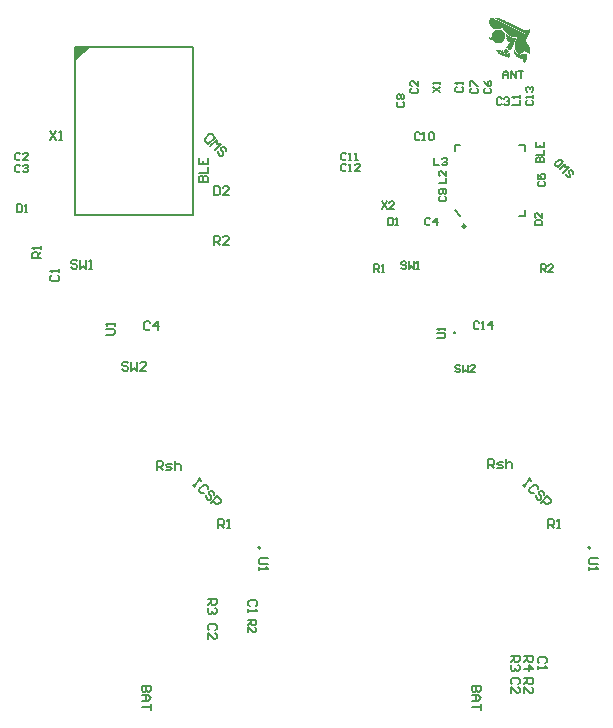
<source format=gto>
G04 Layer_Color=65535*
%FSLAX25Y25*%
%MOIN*%
G70*
G01*
G75*
%ADD23C,0.00600*%
%ADD55C,0.00500*%
%ADD56C,0.00787*%
%ADD57C,0.00984*%
G36*
X204415Y265528D02*
X204450D01*
Y265562D01*
X204624D01*
Y265528D01*
X204763D01*
Y265493D01*
X204868D01*
Y265458D01*
X204938D01*
Y265423D01*
X205007D01*
Y265388D01*
X205077D01*
Y265353D01*
X205147D01*
Y265318D01*
X205216D01*
Y265284D01*
X205286D01*
Y265249D01*
X205356D01*
Y265214D01*
X205425D01*
Y265179D01*
X205495D01*
Y265144D01*
X205565D01*
Y265109D01*
X205634D01*
Y265075D01*
X205704D01*
Y265040D01*
X205774D01*
Y265005D01*
X205843D01*
Y264970D01*
X205948D01*
Y264900D01*
X205983D01*
Y264935D01*
X206018D01*
Y264900D01*
X206087D01*
Y264865D01*
X206157D01*
Y264831D01*
X206227D01*
Y264796D01*
X206296D01*
Y264726D01*
X206331D01*
Y264761D01*
X206366D01*
Y264726D01*
X206436D01*
Y264691D01*
X206505D01*
Y264656D01*
X206575D01*
Y264622D01*
X206645D01*
Y264587D01*
X206715D01*
Y264552D01*
X206784D01*
Y264517D01*
X206854D01*
Y264447D01*
X206889D01*
Y264482D01*
X206924D01*
Y264447D01*
X206993D01*
Y264413D01*
X207063D01*
Y264378D01*
X207133D01*
Y264343D01*
X207202D01*
Y264308D01*
X207272D01*
Y264273D01*
X207342D01*
Y264238D01*
X207446D01*
Y264204D01*
X207516D01*
Y264169D01*
X207586D01*
Y264134D01*
X207655D01*
Y264099D01*
X207725D01*
Y264064D01*
X207795D01*
Y264029D01*
X207864D01*
Y263995D01*
X207934D01*
Y263960D01*
X208004D01*
Y263925D01*
X208073D01*
Y263890D01*
X208143D01*
Y263855D01*
X208213D01*
Y263820D01*
X208282D01*
Y263785D01*
X208352D01*
Y263751D01*
X208422D01*
Y263716D01*
X208491D01*
Y263681D01*
X208561D01*
Y263646D01*
X208596D01*
Y263611D01*
X208631D01*
Y263646D01*
X208666D01*
Y263611D01*
X208735D01*
Y263576D01*
X208805D01*
Y263542D01*
X208875D01*
Y263507D01*
X208944D01*
Y263472D01*
X209014D01*
Y263437D01*
X209084D01*
Y263402D01*
X209153D01*
Y263367D01*
X209223D01*
Y263333D01*
X209293D01*
Y263298D01*
X209363D01*
Y263263D01*
X209432D01*
Y263228D01*
X209502D01*
Y263193D01*
X209572D01*
Y263158D01*
X209676D01*
Y263123D01*
X209746D01*
Y263089D01*
X209815D01*
Y263054D01*
X209885D01*
Y263019D01*
X209955D01*
Y262984D01*
X210024D01*
Y262949D01*
X210094D01*
Y262914D01*
X210164D01*
Y262880D01*
X210233D01*
Y262845D01*
X210303D01*
Y262810D01*
X210373D01*
Y262775D01*
X210442D01*
Y262740D01*
X210512D01*
Y262705D01*
X210617D01*
Y262670D01*
X210686D01*
Y262636D01*
X210756D01*
Y262601D01*
X210826D01*
Y262566D01*
X210895D01*
Y262531D01*
X210965D01*
Y262496D01*
X211035D01*
Y262461D01*
X211104D01*
Y262427D01*
X211174D01*
Y262392D01*
X211244D01*
Y262357D01*
X211314D01*
Y262322D01*
X211383D01*
Y262287D01*
X211488D01*
Y262252D01*
X211558D01*
Y262218D01*
X211627D01*
Y262183D01*
X211697D01*
Y262148D01*
X211767D01*
Y262113D01*
X211836D01*
Y262078D01*
X211906D01*
Y262043D01*
X211976D01*
Y262009D01*
X212045D01*
Y261974D01*
X212115D01*
Y261939D01*
X212219D01*
Y261904D01*
X212289D01*
Y261869D01*
X212359D01*
Y261800D01*
X212394D01*
Y261834D01*
X212428D01*
Y261765D01*
X212463D01*
Y261800D01*
X212498D01*
Y261765D01*
X212568D01*
Y261730D01*
X212637D01*
Y261695D01*
X212707D01*
Y261660D01*
X212812D01*
Y261625D01*
X212881D01*
Y261591D01*
X212951D01*
Y261556D01*
X213021D01*
Y261521D01*
X213543D01*
Y261556D01*
X213752D01*
Y261591D01*
X213927D01*
Y261625D01*
X214101D01*
Y261660D01*
X214240D01*
Y261695D01*
X214380D01*
Y261730D01*
X214519D01*
Y261695D01*
X214554D01*
Y261730D01*
X214519D01*
Y261765D01*
X214554D01*
Y261730D01*
X214589D01*
Y261765D01*
X214658D01*
Y261800D01*
X214763D01*
Y261834D01*
X214902D01*
Y261869D01*
X214937D01*
Y260510D01*
X214902D01*
Y260476D01*
X214867D01*
Y260441D01*
X214832D01*
Y260371D01*
X214798D01*
Y260406D01*
X214763D01*
Y260371D01*
X214798D01*
Y260336D01*
X214763D01*
Y260301D01*
X214728D01*
Y260232D01*
X214693D01*
Y260197D01*
X214658D01*
Y260162D01*
X214623D01*
Y260127D01*
X214589D01*
Y260057D01*
X214554D01*
Y260023D01*
X214519D01*
Y259988D01*
X214484D01*
Y259918D01*
X214449D01*
Y259883D01*
X214414D01*
Y259814D01*
X214380D01*
Y259779D01*
X214345D01*
Y259744D01*
X214310D01*
Y259674D01*
X214275D01*
Y259639D01*
X214240D01*
Y259570D01*
X214205D01*
Y259535D01*
X214171D01*
Y259465D01*
X214136D01*
Y259430D01*
X214101D01*
Y259361D01*
X214066D01*
Y259326D01*
X214031D01*
Y259256D01*
X213996D01*
Y259186D01*
X213927D01*
Y259082D01*
X213892D01*
Y259012D01*
X213857D01*
Y258943D01*
X213787D01*
Y258908D01*
X213822D01*
Y258873D01*
X213787D01*
Y258803D01*
X213752D01*
Y258734D01*
X213718D01*
Y258664D01*
X213683D01*
Y258594D01*
X213648D01*
Y258629D01*
X213613D01*
Y258594D01*
X213648D01*
Y258490D01*
X213613D01*
Y258350D01*
X213578D01*
Y257967D01*
X213613D01*
Y257828D01*
X213648D01*
Y257723D01*
X213683D01*
Y257653D01*
X213718D01*
Y257549D01*
X213752D01*
Y257479D01*
X213787D01*
Y257410D01*
X213822D01*
Y257375D01*
X213787D01*
Y257340D01*
X213857D01*
Y257270D01*
X213892D01*
Y257201D01*
X213927D01*
Y257096D01*
X213996D01*
Y257026D01*
X214031D01*
Y256957D01*
X214066D01*
Y256922D01*
X214101D01*
Y256852D01*
X214136D01*
Y256782D01*
X214171D01*
Y256748D01*
X214205D01*
Y256678D01*
X214240D01*
Y256643D01*
X214275D01*
Y256573D01*
X214310D01*
Y256539D01*
X214345D01*
Y256469D01*
X214380D01*
Y256434D01*
X214414D01*
Y256329D01*
X214484D01*
Y256260D01*
X214519D01*
Y256225D01*
X214554D01*
Y256155D01*
X214589D01*
Y256120D01*
X214623D01*
Y256086D01*
X214658D01*
Y256016D01*
X214693D01*
Y255981D01*
X214728D01*
Y255911D01*
X214763D01*
Y255876D01*
X214798D01*
Y255842D01*
X214832D01*
Y255772D01*
X214867D01*
Y255737D01*
X214902D01*
Y255702D01*
X214937D01*
Y253716D01*
X214902D01*
Y253681D01*
X214763D01*
Y253716D01*
X214589D01*
Y253751D01*
X214449D01*
Y253786D01*
X214345D01*
Y253821D01*
X214205D01*
Y253856D01*
X214101D01*
Y253891D01*
X213996D01*
Y253925D01*
X213892D01*
Y253960D01*
X213787D01*
Y253995D01*
X213683D01*
Y254100D01*
X213648D01*
Y254030D01*
X213578D01*
Y254065D01*
X213474D01*
Y254100D01*
X213404D01*
Y254134D01*
X213299D01*
Y254169D01*
X213195D01*
Y254204D01*
X213090D01*
Y254239D01*
X213021D01*
Y254274D01*
X212986D01*
Y254309D01*
X213021D01*
Y254378D01*
X213056D01*
Y254413D01*
X213090D01*
Y254378D01*
X213125D01*
Y254413D01*
X213090D01*
Y254448D01*
X213125D01*
Y254483D01*
X213160D01*
Y254553D01*
X213195D01*
Y254657D01*
X213230D01*
Y260371D01*
X213195D01*
Y260476D01*
X213160D01*
Y260510D01*
X213090D01*
Y260545D01*
X213021D01*
Y260580D01*
X212951D01*
Y260615D01*
X212881D01*
Y260650D01*
X212812D01*
Y260685D01*
X212742D01*
Y260719D01*
X212672D01*
Y260754D01*
X212603D01*
Y260789D01*
X212533D01*
Y260824D01*
X212463D01*
Y260859D01*
X212359D01*
Y260894D01*
X212289D01*
Y260929D01*
X212219D01*
Y260963D01*
X212150D01*
Y260998D01*
X212080D01*
Y261033D01*
X212010D01*
Y261068D01*
X211941D01*
Y261103D01*
X211871D01*
Y261138D01*
X211801D01*
Y261172D01*
X211732D01*
Y261207D01*
X211662D01*
Y261242D01*
X211592D01*
Y261277D01*
X211523D01*
Y261312D01*
X211453D01*
Y261347D01*
X211383D01*
Y261381D01*
X211314D01*
Y261416D01*
X211279D01*
Y261451D01*
X211174D01*
Y261486D01*
X211104D01*
Y261521D01*
X211035D01*
Y261556D01*
X210965D01*
Y261591D01*
X210895D01*
Y261625D01*
X210791D01*
Y261660D01*
X210721D01*
Y261695D01*
X210652D01*
Y261730D01*
X210582D01*
Y261765D01*
X210512D01*
Y261800D01*
X210442D01*
Y261834D01*
X210373D01*
Y261869D01*
X210303D01*
Y261904D01*
X210233D01*
Y261939D01*
X210164D01*
Y261974D01*
X210094D01*
Y262009D01*
X210024D01*
Y262043D01*
X209955D01*
Y262078D01*
X209885D01*
Y262113D01*
X209815D01*
Y262148D01*
X209746D01*
Y262183D01*
X209676D01*
Y262218D01*
X209606D01*
Y262252D01*
X209537D01*
Y262287D01*
X209467D01*
Y262322D01*
X209397D01*
Y262357D01*
X209328D01*
Y262392D01*
X209258D01*
Y262427D01*
X209153D01*
Y262461D01*
X209084D01*
Y262496D01*
X209014D01*
Y262531D01*
X208944D01*
Y262566D01*
X208875D01*
Y262601D01*
X208805D01*
Y262636D01*
X208735D01*
Y262705D01*
X208700D01*
Y262670D01*
X208666D01*
Y262705D01*
X208596D01*
Y262740D01*
X208526D01*
Y262775D01*
X208457D01*
Y262845D01*
X208422D01*
Y262880D01*
X208387D01*
Y262845D01*
X208422D01*
Y262810D01*
X208387D01*
Y262845D01*
X208317D01*
Y262880D01*
X208248D01*
Y262914D01*
X208178D01*
Y262984D01*
X208143D01*
Y262949D01*
X208108D01*
Y262984D01*
X208038D01*
Y263019D01*
X207969D01*
Y263054D01*
X207899D01*
Y263089D01*
X207829D01*
Y263123D01*
X207760D01*
Y263158D01*
X207690D01*
Y263193D01*
X207586D01*
Y263228D01*
X207516D01*
Y263263D01*
X207446D01*
Y263298D01*
X207377D01*
Y263333D01*
X207307D01*
Y263367D01*
X207237D01*
Y263402D01*
X207168D01*
Y263437D01*
X207098D01*
Y263472D01*
X207028D01*
Y263507D01*
X206958D01*
Y263542D01*
X206889D01*
Y263576D01*
X206819D01*
Y263611D01*
X206749D01*
Y263646D01*
X206680D01*
Y263681D01*
X206610D01*
Y263716D01*
X206540D01*
Y263751D01*
X206471D01*
Y263785D01*
X206401D01*
Y263820D01*
X206331D01*
Y263855D01*
X206262D01*
Y263890D01*
X206192D01*
Y263925D01*
X206122D01*
Y263960D01*
X206053D01*
Y263995D01*
X205948D01*
Y264029D01*
X205878D01*
Y264064D01*
X205809D01*
Y264099D01*
X205739D01*
Y264134D01*
X205669D01*
Y264169D01*
X205600D01*
Y264204D01*
X205530D01*
Y264238D01*
X205460D01*
Y264273D01*
X205391D01*
Y264308D01*
X205321D01*
Y264343D01*
X205251D01*
Y264378D01*
X205182D01*
Y264413D01*
X205112D01*
Y264447D01*
X205042D01*
Y264482D01*
X204973D01*
Y264517D01*
X204903D01*
Y264552D01*
X204833D01*
Y264587D01*
X204763D01*
Y264622D01*
X204694D01*
Y264656D01*
X204624D01*
Y264691D01*
X204554D01*
Y264726D01*
X204485D01*
Y264761D01*
X204415D01*
Y264796D01*
X204380D01*
Y264831D01*
X204345D01*
Y264796D01*
X204310D01*
Y264831D01*
X204241D01*
Y264865D01*
X204171D01*
Y264900D01*
X204101D01*
Y264935D01*
X204032D01*
Y264970D01*
X203962D01*
Y265005D01*
X203892D01*
Y265040D01*
X203823D01*
Y265075D01*
X203753D01*
Y265109D01*
X203683D01*
Y265144D01*
X203614D01*
Y265179D01*
X203544D01*
Y265214D01*
X203474D01*
Y265249D01*
X203405D01*
Y265284D01*
X203335D01*
Y265318D01*
X203265D01*
Y265353D01*
X203196D01*
Y265388D01*
X203230D01*
Y265423D01*
X203335D01*
Y265458D01*
X203405D01*
Y265493D01*
X203474D01*
Y265458D01*
X203509D01*
Y265493D01*
X203544D01*
Y265528D01*
X203683D01*
Y265562D01*
X203892D01*
Y265597D01*
X204415D01*
Y265528D01*
D02*
G37*
G36*
X204694Y261625D02*
X204868D01*
Y261591D01*
X205007D01*
Y261556D01*
X205112D01*
Y261521D01*
X205182D01*
Y261486D01*
X205286D01*
Y261451D01*
X205356D01*
Y261416D01*
X205425D01*
Y261381D01*
X205495D01*
Y261347D01*
X205530D01*
Y261312D01*
X205600D01*
Y261277D01*
X205634D01*
Y261242D01*
X205704D01*
Y261207D01*
X205739D01*
Y261172D01*
X205774D01*
Y261138D01*
X205843D01*
Y261103D01*
X205878D01*
Y261068D01*
X205913D01*
Y261033D01*
X205948D01*
Y260998D01*
X205983D01*
Y260963D01*
X206018D01*
Y260929D01*
X206053D01*
Y260894D01*
X206087D01*
Y260859D01*
X206122D01*
Y260789D01*
X206157D01*
Y260754D01*
X206192D01*
Y260719D01*
X206227D01*
Y260650D01*
X206262D01*
Y260615D01*
X206296D01*
Y260545D01*
X206331D01*
Y260476D01*
X206366D01*
Y260406D01*
X206401D01*
Y260336D01*
X206436D01*
Y260266D01*
X206471D01*
Y260197D01*
X206505D01*
Y260092D01*
X206540D01*
Y259988D01*
X206575D01*
Y259814D01*
X206610D01*
Y259605D01*
X206645D01*
Y259152D01*
X206610D01*
Y258908D01*
X206575D01*
Y258943D01*
X206540D01*
Y258908D01*
X206575D01*
Y258768D01*
X206540D01*
Y258629D01*
X206505D01*
Y258559D01*
X206471D01*
Y258455D01*
X206436D01*
Y258385D01*
X206401D01*
Y258315D01*
X206366D01*
Y258246D01*
X206331D01*
Y258176D01*
X206296D01*
Y258141D01*
X206262D01*
Y258071D01*
X206227D01*
Y258037D01*
X206192D01*
Y258071D01*
X206157D01*
Y258037D01*
X206192D01*
Y258002D01*
X206157D01*
Y257932D01*
X206122D01*
Y257897D01*
X206087D01*
Y257862D01*
X206053D01*
Y257828D01*
X206018D01*
Y257793D01*
X205983D01*
Y257758D01*
X205948D01*
Y257723D01*
X205913D01*
Y257688D01*
X205878D01*
Y257653D01*
X205843D01*
Y257619D01*
X205809D01*
Y257584D01*
X205774D01*
Y257619D01*
X205739D01*
Y257584D01*
X205774D01*
Y257549D01*
X205704D01*
Y257514D01*
X205669D01*
Y257479D01*
X205634D01*
Y257444D01*
X205565D01*
Y257410D01*
X205530D01*
Y257375D01*
X205460D01*
Y257340D01*
X205391D01*
Y257305D01*
X205321D01*
Y257270D01*
X205251D01*
Y257235D01*
X205147D01*
Y257201D01*
X205112D01*
Y257235D01*
X205077D01*
Y257201D01*
X205042D01*
Y257166D01*
X204868D01*
Y257131D01*
X204798D01*
Y257096D01*
X204694D01*
Y257131D01*
X204659D01*
Y257096D01*
X204554D01*
Y257061D01*
X204380D01*
Y257096D01*
X204345D01*
Y257061D01*
X204136D01*
Y257096D01*
X203892D01*
Y257131D01*
X203753D01*
Y257166D01*
X203614D01*
Y257201D01*
X203544D01*
Y257235D01*
X203439D01*
Y257305D01*
X203405D01*
Y257270D01*
X203370D01*
Y257305D01*
X203300D01*
Y257340D01*
X203230D01*
Y257375D01*
X203161D01*
Y257410D01*
X203126D01*
Y257444D01*
X203056D01*
Y257479D01*
X203021D01*
Y257514D01*
X202952D01*
Y257549D01*
X202917D01*
Y257584D01*
X202882D01*
Y257619D01*
X202847D01*
Y257653D01*
X202778D01*
Y257688D01*
X202743D01*
Y257723D01*
X202708D01*
Y257758D01*
X202673D01*
Y257793D01*
X202638D01*
Y257828D01*
X202603D01*
Y257897D01*
X202568D01*
Y257932D01*
X202534D01*
Y257967D01*
X202499D01*
Y258002D01*
X202464D01*
Y258071D01*
X202429D01*
Y258106D01*
X202394D01*
Y258176D01*
X202359D01*
Y258246D01*
X202325D01*
Y258281D01*
X202290D01*
Y258350D01*
X202255D01*
Y258455D01*
X202185D01*
Y258420D01*
X202116D01*
Y258385D01*
X202081D01*
Y258350D01*
X202011D01*
Y258315D01*
X201628D01*
Y258350D01*
X201558D01*
Y258385D01*
X201488D01*
Y258420D01*
X201453D01*
Y258455D01*
X201419D01*
Y258490D01*
X201384D01*
Y258559D01*
X201349D01*
Y258594D01*
X201314D01*
Y258664D01*
X201279D01*
Y258768D01*
X201244D01*
Y259221D01*
X201279D01*
Y259291D01*
X201314D01*
Y259186D01*
X201349D01*
Y259117D01*
X201384D01*
Y259047D01*
X201419D01*
Y259012D01*
X201453D01*
Y258977D01*
X201523D01*
Y258943D01*
X201593D01*
Y258908D01*
X201767D01*
Y258943D01*
X201837D01*
Y258977D01*
X201906D01*
Y259012D01*
X201941D01*
Y259047D01*
X201976D01*
Y259082D01*
X202011D01*
Y259152D01*
X202046D01*
Y259709D01*
X202081D01*
Y259883D01*
X202116D01*
Y260023D01*
X202150D01*
Y260127D01*
X202185D01*
Y260232D01*
X202220D01*
Y260301D01*
X202255D01*
Y260371D01*
X202290D01*
Y260441D01*
X202325D01*
Y260510D01*
X202359D01*
Y260580D01*
X202394D01*
Y260615D01*
X202429D01*
Y260685D01*
X202464D01*
Y260719D01*
X202499D01*
Y260754D01*
X202534D01*
Y260824D01*
X202568D01*
Y260859D01*
X202603D01*
Y260894D01*
X202638D01*
Y260929D01*
X202673D01*
Y260963D01*
X202708D01*
Y260998D01*
X202743D01*
Y261033D01*
X202778D01*
Y261068D01*
X202812D01*
Y261103D01*
X202847D01*
Y261138D01*
X202882D01*
Y261172D01*
X202952D01*
Y261207D01*
X202987D01*
Y261242D01*
X203021D01*
Y261277D01*
X203091D01*
Y261312D01*
X203126D01*
Y261347D01*
X203196D01*
Y261381D01*
X203265D01*
Y261416D01*
X203335D01*
Y261451D01*
X203405D01*
Y261486D01*
X203474D01*
Y261521D01*
X203579D01*
Y261556D01*
X203683D01*
Y261591D01*
X203718D01*
Y261556D01*
X203753D01*
Y261591D01*
X203823D01*
Y261625D01*
X203858D01*
Y261591D01*
X203892D01*
Y261625D01*
X203927D01*
Y261591D01*
X203962D01*
Y261625D01*
X203997D01*
Y261660D01*
X204694D01*
Y261625D01*
D02*
G37*
G36*
X206993Y260197D02*
X207028D01*
Y260162D01*
X207063D01*
Y260127D01*
X207133D01*
Y260092D01*
X207168D01*
Y260057D01*
X207202D01*
Y260023D01*
X207237D01*
Y259988D01*
X207272D01*
Y259953D01*
X207342D01*
Y259918D01*
X207377D01*
Y259883D01*
X207411D01*
Y259848D01*
X207481D01*
Y259814D01*
X207516D01*
Y259779D01*
X207586D01*
Y259744D01*
X207620D01*
Y259709D01*
X207690D01*
Y259674D01*
X207725D01*
Y259639D01*
X207795D01*
Y259605D01*
X207829D01*
Y259570D01*
X207899D01*
Y259535D01*
X207969D01*
Y259500D01*
X208038D01*
Y259465D01*
X208108D01*
Y259430D01*
X208178D01*
Y259396D01*
X208248D01*
Y259361D01*
X208317D01*
Y259326D01*
X208387D01*
Y259291D01*
X208457D01*
Y259256D01*
X208526D01*
Y259221D01*
X208631D01*
Y259186D01*
X208735D01*
Y259152D01*
X208770D01*
Y259117D01*
X208944D01*
Y259082D01*
X208979D01*
Y259047D01*
X209014D01*
Y259082D01*
X209049D01*
Y259047D01*
X209223D01*
Y258977D01*
X209258D01*
Y259012D01*
X209432D01*
Y258977D01*
X210199D01*
Y259012D01*
X210303D01*
Y258977D01*
X210338D01*
Y258943D01*
X210303D01*
Y258873D01*
X210268D01*
Y258803D01*
X210233D01*
Y258768D01*
X210199D01*
Y258699D01*
X210164D01*
Y258629D01*
X210129D01*
Y258559D01*
X210094D01*
Y258490D01*
X210059D01*
Y258385D01*
X210024D01*
Y258315D01*
X209990D01*
Y258211D01*
X209955D01*
Y258141D01*
X209920D01*
Y258037D01*
X209885D01*
Y257932D01*
X209850D01*
Y257793D01*
X209815D01*
Y257653D01*
X209781D01*
Y257514D01*
X209746D01*
Y257340D01*
X209711D01*
Y257131D01*
X209676D01*
Y256817D01*
X209641D01*
Y256678D01*
X209606D01*
Y256643D01*
X209641D01*
Y256539D01*
X209572D01*
Y256573D01*
X209397D01*
Y256504D01*
X209363D01*
Y256469D01*
X209328D01*
Y256399D01*
X209293D01*
Y256329D01*
X209258D01*
Y256260D01*
X209223D01*
Y256225D01*
X209188D01*
Y256155D01*
X209153D01*
Y256086D01*
X209119D01*
Y256051D01*
X209084D01*
Y255981D01*
X209049D01*
Y255911D01*
X209014D01*
Y255876D01*
X208979D01*
Y255807D01*
X208944D01*
Y255772D01*
X208910D01*
Y255702D01*
X208875D01*
Y255633D01*
X208840D01*
Y255598D01*
X208770D01*
Y255563D01*
X208805D01*
Y255528D01*
X208770D01*
Y255493D01*
X208735D01*
Y255424D01*
X208700D01*
Y255389D01*
X208666D01*
Y255319D01*
X208631D01*
Y255284D01*
X208596D01*
Y255215D01*
X208561D01*
Y255180D01*
X208526D01*
Y255110D01*
X208491D01*
Y255075D01*
X208457D01*
Y255006D01*
X208422D01*
Y254971D01*
X208387D01*
Y254901D01*
X208352D01*
Y254866D01*
X208317D01*
Y254831D01*
X208282D01*
Y254762D01*
X208038D01*
Y254797D01*
X207899D01*
Y254831D01*
X207829D01*
Y254866D01*
X207760D01*
Y254901D01*
X207690D01*
Y254936D01*
X207620D01*
Y254971D01*
X207551D01*
Y255006D01*
X207516D01*
Y255040D01*
X207481D01*
Y255075D01*
X207446D01*
Y255110D01*
X207377D01*
Y255145D01*
X207342D01*
Y255180D01*
X207307D01*
Y255215D01*
X207272D01*
Y255249D01*
X207237D01*
Y255284D01*
X207202D01*
Y255354D01*
X207168D01*
Y255389D01*
X207133D01*
Y255424D01*
X207098D01*
Y255458D01*
X207063D01*
Y255528D01*
X207028D01*
Y255563D01*
X206993D01*
Y255633D01*
X206958D01*
Y255737D01*
X206993D01*
Y255807D01*
X207028D01*
Y255842D01*
X207063D01*
Y255911D01*
X207098D01*
Y255946D01*
X207133D01*
Y256016D01*
X207168D01*
Y256086D01*
X207202D01*
Y256120D01*
X207237D01*
Y256190D01*
X207272D01*
Y256260D01*
X207307D01*
Y256295D01*
X207342D01*
Y256364D01*
X207377D01*
Y256434D01*
X207411D01*
Y256469D01*
X207446D01*
Y256539D01*
X207481D01*
Y256608D01*
X207516D01*
Y256643D01*
X207551D01*
Y256713D01*
X207586D01*
Y256748D01*
X207620D01*
Y256817D01*
X207655D01*
Y256887D01*
X207690D01*
Y256922D01*
X207725D01*
Y256991D01*
X207760D01*
Y257061D01*
X207795D01*
Y257096D01*
X207829D01*
Y257166D01*
X207864D01*
Y257201D01*
X207899D01*
Y257270D01*
X207934D01*
Y257340D01*
X207969D01*
Y257410D01*
X208038D01*
Y257375D01*
X208073D01*
Y257410D01*
X208038D01*
Y257444D01*
X208004D01*
Y257479D01*
X207934D01*
Y257514D01*
X207864D01*
Y257549D01*
X207829D01*
Y257584D01*
X207760D01*
Y257619D01*
X207725D01*
Y257653D01*
X207655D01*
Y257688D01*
X207620D01*
Y257723D01*
X207586D01*
Y257758D01*
X207551D01*
Y257793D01*
X207516D01*
Y257828D01*
X207481D01*
Y257862D01*
X207446D01*
Y257897D01*
X207411D01*
Y257932D01*
X207377D01*
Y257967D01*
X207342D01*
Y258037D01*
X207307D01*
Y258071D01*
X207272D01*
Y258106D01*
X207237D01*
Y258176D01*
X207202D01*
Y258211D01*
X207168D01*
Y258281D01*
X207133D01*
Y258350D01*
X207098D01*
Y258420D01*
X207063D01*
Y258490D01*
X207028D01*
Y258559D01*
X206993D01*
Y258664D01*
X206958D01*
Y258768D01*
X206924D01*
Y258908D01*
X206889D01*
Y259082D01*
X206854D01*
Y259396D01*
X206819D01*
Y259709D01*
X206854D01*
Y259674D01*
X206889D01*
Y259709D01*
X206854D01*
Y259953D01*
X206889D01*
Y260092D01*
X206924D01*
Y260197D01*
X206958D01*
Y260232D01*
X206993D01*
Y260197D01*
D02*
G37*
G36*
X201837Y265806D02*
X201941D01*
Y265771D01*
X202011D01*
Y265737D01*
X202081D01*
Y265702D01*
X202150D01*
Y265667D01*
X202220D01*
Y265632D01*
X202290D01*
Y265597D01*
X202359D01*
Y265562D01*
X202429D01*
Y265528D01*
X202499D01*
Y265493D01*
X202568D01*
Y265458D01*
X202638D01*
Y265423D01*
X202708D01*
Y265388D01*
X202778D01*
Y265353D01*
X202847D01*
Y265318D01*
X202917D01*
Y265284D01*
X202987D01*
Y265249D01*
X203056D01*
Y265214D01*
X203126D01*
Y265179D01*
X203196D01*
Y265144D01*
X203265D01*
Y265109D01*
X203335D01*
Y265075D01*
X203439D01*
Y265040D01*
X203509D01*
Y265005D01*
X203579D01*
Y264970D01*
X203648D01*
Y264935D01*
X203718D01*
Y264900D01*
X203788D01*
Y264865D01*
X203858D01*
Y264831D01*
X203927D01*
Y264796D01*
X203997D01*
Y264761D01*
X204067D01*
Y264726D01*
X204136D01*
Y264691D01*
X204206D01*
Y264656D01*
X204276D01*
Y264622D01*
X204345D01*
Y264587D01*
X204415D01*
Y264552D01*
X204485D01*
Y264517D01*
X204554D01*
Y264482D01*
X204624D01*
Y264447D01*
X204694D01*
Y264413D01*
X204763D01*
Y264378D01*
X204833D01*
Y264343D01*
X204868D01*
Y264308D01*
X204973D01*
Y264273D01*
X205042D01*
Y264238D01*
X205147D01*
Y264204D01*
X205216D01*
Y264169D01*
X205286D01*
Y264134D01*
X205356D01*
Y264099D01*
X205425D01*
Y264064D01*
X205495D01*
Y264029D01*
X205565D01*
Y263995D01*
X205634D01*
Y263960D01*
X205704D01*
Y263925D01*
X205774D01*
Y263890D01*
X205843D01*
Y263855D01*
X205913D01*
Y263820D01*
X205983D01*
Y263785D01*
X206053D01*
Y263751D01*
X206122D01*
Y263716D01*
X206192D01*
Y263681D01*
X206262D01*
Y263646D01*
X206331D01*
Y263611D01*
X206401D01*
Y263576D01*
X206471D01*
Y263542D01*
X206540D01*
Y263507D01*
X206610D01*
Y263472D01*
X206715D01*
Y263437D01*
X206784D01*
Y263402D01*
X206854D01*
Y263333D01*
X206889D01*
Y263367D01*
X206924D01*
Y263333D01*
X206993D01*
Y263298D01*
X207063D01*
Y263263D01*
X207133D01*
Y263228D01*
X207202D01*
Y263193D01*
X207272D01*
Y263158D01*
X207342D01*
Y263123D01*
X207411D01*
Y263054D01*
X207446D01*
Y263089D01*
X207481D01*
Y263054D01*
X207551D01*
Y263019D01*
X207620D01*
Y262984D01*
X207690D01*
Y262949D01*
X207760D01*
Y262914D01*
X207829D01*
Y262880D01*
X207899D01*
Y262845D01*
X207969D01*
Y262775D01*
X208004D01*
Y262810D01*
X208038D01*
Y262775D01*
X208108D01*
Y262740D01*
X208178D01*
Y262705D01*
X208248D01*
Y262670D01*
X208352D01*
Y262636D01*
X208422D01*
Y262601D01*
X208491D01*
Y262566D01*
X208561D01*
Y262531D01*
X208631D01*
Y262496D01*
X208700D01*
Y262461D01*
X208770D01*
Y262427D01*
X208840D01*
Y262392D01*
X208910D01*
Y262357D01*
X208979D01*
Y262322D01*
X209049D01*
Y262287D01*
X209119D01*
Y262252D01*
X209188D01*
Y262218D01*
X209258D01*
Y262183D01*
X209328D01*
Y262148D01*
X209397D01*
Y262113D01*
X209467D01*
Y262078D01*
X209537D01*
Y262043D01*
X209606D01*
Y262009D01*
X209676D01*
Y261974D01*
X209746D01*
Y261939D01*
X209815D01*
Y261904D01*
X209885D01*
Y261869D01*
X209990D01*
Y261834D01*
X210024D01*
Y261800D01*
X210129D01*
Y261765D01*
X210199D01*
Y261730D01*
X210268D01*
Y261695D01*
X210338D01*
Y261660D01*
X210408D01*
Y261625D01*
X210477D01*
Y261591D01*
X210547D01*
Y261556D01*
X210617D01*
Y261521D01*
X210686D01*
Y261486D01*
X210756D01*
Y261451D01*
X210826D01*
Y261416D01*
X210895D01*
Y261381D01*
X210965D01*
Y261347D01*
X211035D01*
Y261312D01*
X211104D01*
Y261277D01*
X211174D01*
Y261242D01*
X211244D01*
Y261207D01*
X211314D01*
Y261172D01*
X211383D01*
Y261138D01*
X211453D01*
Y261103D01*
X211523D01*
Y261068D01*
X211627D01*
Y261033D01*
X211697D01*
Y260998D01*
X211767D01*
Y260963D01*
X211836D01*
Y260929D01*
X211906D01*
Y260894D01*
X211976D01*
Y260859D01*
X212045D01*
Y260824D01*
X212115D01*
Y260789D01*
X212185D01*
Y260754D01*
X212254D01*
Y260719D01*
X212324D01*
Y260685D01*
X212394D01*
Y260650D01*
X212463D01*
Y260615D01*
X212533D01*
Y260580D01*
X212603D01*
Y260545D01*
X212672D01*
Y260510D01*
X212742D01*
Y260476D01*
X212812D01*
Y260441D01*
X212881D01*
Y260406D01*
X212951D01*
Y260371D01*
X213021D01*
Y254587D01*
X212986D01*
Y254553D01*
X212951D01*
Y254518D01*
X212916D01*
Y254483D01*
X212881D01*
Y254448D01*
X212847D01*
Y254413D01*
X212812D01*
Y254378D01*
X212777D01*
Y254344D01*
X212742D01*
Y254309D01*
X212707D01*
Y254274D01*
X212672D01*
Y254239D01*
X212637D01*
Y254204D01*
X212603D01*
Y254169D01*
X212568D01*
Y254134D01*
X212498D01*
Y254100D01*
X212463D01*
Y254065D01*
X212428D01*
Y254030D01*
X212359D01*
Y253995D01*
X212324D01*
Y253960D01*
X212254D01*
Y253925D01*
X212185D01*
Y253891D01*
X212115D01*
Y253856D01*
X212010D01*
Y253821D01*
X211941D01*
Y253786D01*
X211801D01*
Y253751D01*
X211627D01*
Y253716D01*
X211174D01*
Y253751D01*
X211139D01*
Y253786D01*
X211104D01*
Y253751D01*
X211000D01*
Y253786D01*
X210861D01*
Y253821D01*
X210756D01*
Y253856D01*
X210686D01*
Y253891D01*
X210617D01*
Y253925D01*
X210547D01*
Y253960D01*
X210512D01*
Y253995D01*
X210477D01*
Y254030D01*
X210442D01*
Y254065D01*
X210408D01*
Y254100D01*
X210373D01*
Y254134D01*
X210338D01*
Y254169D01*
X210303D01*
Y254204D01*
X210268D01*
Y254274D01*
X210233D01*
Y254344D01*
X210199D01*
Y254378D01*
X210164D01*
Y254448D01*
X210129D01*
Y254553D01*
X210094D01*
Y254622D01*
X210059D01*
Y254727D01*
X210024D01*
Y254831D01*
X209990D01*
Y254936D01*
X209955D01*
Y255075D01*
X209920D01*
Y255215D01*
X209885D01*
Y255424D01*
X209850D01*
Y255528D01*
X209885D01*
Y255563D01*
X209850D01*
Y255702D01*
X209815D01*
Y256782D01*
X209850D01*
Y257061D01*
X209885D01*
Y257305D01*
X209920D01*
Y257479D01*
X209955D01*
Y257619D01*
X209990D01*
Y257758D01*
X210024D01*
Y257862D01*
X210059D01*
Y258002D01*
X210094D01*
Y258071D01*
X210164D01*
Y258106D01*
X210129D01*
Y258176D01*
X210164D01*
Y258141D01*
X210199D01*
Y258176D01*
X210164D01*
Y258281D01*
X210199D01*
Y258350D01*
X210233D01*
Y258420D01*
X210268D01*
Y258490D01*
X210303D01*
Y258559D01*
X210338D01*
Y258629D01*
X210373D01*
Y258699D01*
X210408D01*
Y258768D01*
X210442D01*
Y258803D01*
X210477D01*
Y258873D01*
X210512D01*
Y258943D01*
X210547D01*
Y258977D01*
X210582D01*
Y259012D01*
X210617D01*
Y258977D01*
X210652D01*
Y259012D01*
X210617D01*
Y259082D01*
X210652D01*
Y259117D01*
X210686D01*
Y259152D01*
X210721D01*
Y259186D01*
X210756D01*
Y259221D01*
X210791D01*
Y259291D01*
X210826D01*
Y259326D01*
X210721D01*
Y259291D01*
X210617D01*
Y259326D01*
X210582D01*
Y259291D01*
X210617D01*
Y259256D01*
X210512D01*
Y259221D01*
X210373D01*
Y259186D01*
X210164D01*
Y259152D01*
X209467D01*
Y259186D01*
X209258D01*
Y259221D01*
X209084D01*
Y259256D01*
X208979D01*
Y259291D01*
X208875D01*
Y259326D01*
X208770D01*
Y259361D01*
X208666D01*
Y259396D01*
X208596D01*
Y259430D01*
X208491D01*
Y259465D01*
X208422D01*
Y259500D01*
X208352D01*
Y259535D01*
X208282D01*
Y259570D01*
X208213D01*
Y259605D01*
X208143D01*
Y259639D01*
X208073D01*
Y259674D01*
X208038D01*
Y259709D01*
X207969D01*
Y259744D01*
X207899D01*
Y259779D01*
X207864D01*
Y259814D01*
X207795D01*
Y259848D01*
X207725D01*
Y259883D01*
X207690D01*
Y259918D01*
X207655D01*
Y259953D01*
X207620D01*
Y259988D01*
X207551D01*
Y260023D01*
X207481D01*
Y260057D01*
X207446D01*
Y260092D01*
X207411D01*
Y260127D01*
X207342D01*
Y260162D01*
X207307D01*
Y260197D01*
X207272D01*
Y260232D01*
X207237D01*
Y260266D01*
X207202D01*
Y260301D01*
X207168D01*
Y260336D01*
X207098D01*
Y260371D01*
X207063D01*
Y260406D01*
X207028D01*
Y260441D01*
X206993D01*
Y260476D01*
X206958D01*
Y260510D01*
X206924D01*
Y260545D01*
X206889D01*
Y260580D01*
X206854D01*
Y260615D01*
X206819D01*
Y260650D01*
X206784D01*
Y260685D01*
X206749D01*
Y260719D01*
X206715D01*
Y260754D01*
X206680D01*
Y260789D01*
X206645D01*
Y260859D01*
X206610D01*
Y260894D01*
X206575D01*
Y260929D01*
X206540D01*
Y260963D01*
X206505D01*
Y260998D01*
X206471D01*
Y261068D01*
X206436D01*
Y261103D01*
X206401D01*
Y261138D01*
X206366D01*
Y261172D01*
X206331D01*
Y261242D01*
X206296D01*
Y261277D01*
X206262D01*
Y261347D01*
X206227D01*
Y261381D01*
X206192D01*
Y261451D01*
X206157D01*
Y261486D01*
X206122D01*
Y261556D01*
X206087D01*
Y261591D01*
X206053D01*
Y261660D01*
X206018D01*
Y261730D01*
X205983D01*
Y261765D01*
X205948D01*
Y261834D01*
X205913D01*
Y261904D01*
X205878D01*
Y261974D01*
X205843D01*
Y262043D01*
X205809D01*
Y262113D01*
X205774D01*
Y262183D01*
X205739D01*
Y262252D01*
X205704D01*
Y262322D01*
X205634D01*
Y262287D01*
X205530D01*
Y262252D01*
X205460D01*
Y262218D01*
X205356D01*
Y262183D01*
X205251D01*
Y262148D01*
X205147D01*
Y262113D01*
X205042D01*
Y262078D01*
X204938D01*
Y262043D01*
X204798D01*
Y262009D01*
X204659D01*
Y262043D01*
X204624D01*
Y262009D01*
X204659D01*
Y261974D01*
X204520D01*
Y261939D01*
X204345D01*
Y261904D01*
X204136D01*
Y261869D01*
X203196D01*
Y261904D01*
X203021D01*
Y261939D01*
X202882D01*
Y261974D01*
X202778D01*
Y262009D01*
X202673D01*
Y262043D01*
X202603D01*
Y262078D01*
X202568D01*
Y262113D01*
X202464D01*
Y262148D01*
X202429D01*
Y262183D01*
X202359D01*
Y262218D01*
X202290D01*
Y262252D01*
X202255D01*
Y262287D01*
X202220D01*
Y262322D01*
X202185D01*
Y262357D01*
X202116D01*
Y262392D01*
X202081D01*
Y262427D01*
X202046D01*
Y262461D01*
X202011D01*
Y262496D01*
X201976D01*
Y262531D01*
X201941D01*
Y262566D01*
X201906D01*
Y262601D01*
X201872D01*
Y262670D01*
X201837D01*
Y262705D01*
X201802D01*
Y262740D01*
X201767D01*
Y262810D01*
X201732D01*
Y262845D01*
X201697D01*
Y262914D01*
X201663D01*
Y262949D01*
X201628D01*
Y263019D01*
X201593D01*
Y263089D01*
X201558D01*
Y263158D01*
X201523D01*
Y263228D01*
X201488D01*
Y263333D01*
X201453D01*
Y263402D01*
X201419D01*
Y263507D01*
X201384D01*
Y263611D01*
X201349D01*
Y263751D01*
X201314D01*
Y263960D01*
X201279D01*
Y264378D01*
X201244D01*
Y264413D01*
X201279D01*
Y264831D01*
X201314D01*
Y265005D01*
X201349D01*
Y265075D01*
X201384D01*
Y265214D01*
X201419D01*
Y265318D01*
X201453D01*
Y265388D01*
X201488D01*
Y265458D01*
X201523D01*
Y265528D01*
X201558D01*
Y265562D01*
X201593D01*
Y265632D01*
X201628D01*
Y265667D01*
X201663D01*
Y265702D01*
X201697D01*
Y265737D01*
X201732D01*
Y265806D01*
X201767D01*
Y265841D01*
X201837D01*
Y265806D01*
D02*
G37*
G36*
X210373Y258977D02*
X210338D01*
Y259012D01*
X210373D01*
Y258977D01*
D02*
G37*
G36*
X207028Y255145D02*
X207168D01*
Y255110D01*
X207237D01*
Y255075D01*
X207307D01*
Y255040D01*
X207342D01*
Y255006D01*
X207411D01*
Y254971D01*
X207446D01*
Y254936D01*
X207481D01*
Y254901D01*
X207516D01*
Y254831D01*
X207551D01*
Y254797D01*
X207586D01*
Y254727D01*
X207620D01*
Y254622D01*
X207655D01*
Y254448D01*
X207690D01*
Y254344D01*
X207655D01*
Y254169D01*
X207620D01*
Y254065D01*
X207586D01*
Y253995D01*
X207551D01*
Y253960D01*
X207516D01*
Y253891D01*
X207481D01*
Y253856D01*
X207446D01*
Y253821D01*
X207411D01*
Y253786D01*
X207342D01*
Y253751D01*
X207307D01*
Y253716D01*
X207237D01*
Y253681D01*
X207168D01*
Y253647D01*
X207028D01*
Y253612D01*
X206784D01*
Y253647D01*
X206645D01*
Y253681D01*
X206540D01*
Y253716D01*
X206505D01*
Y253751D01*
X206436D01*
Y253786D01*
X206401D01*
Y253821D01*
X206366D01*
Y253856D01*
X206331D01*
Y253891D01*
X206296D01*
Y253925D01*
X206262D01*
Y253995D01*
X206227D01*
Y254030D01*
X206192D01*
Y254100D01*
X206157D01*
Y254239D01*
X206122D01*
Y254553D01*
X206157D01*
Y254692D01*
X206192D01*
Y254762D01*
X206227D01*
Y254831D01*
X206262D01*
Y254866D01*
X206296D01*
Y254901D01*
X206331D01*
Y254936D01*
X206366D01*
Y254971D01*
X206401D01*
Y255006D01*
X206436D01*
Y255040D01*
X206505D01*
Y255075D01*
X206540D01*
Y255110D01*
X206645D01*
Y255145D01*
X206749D01*
Y255180D01*
X206784D01*
Y255145D01*
X206819D01*
Y255180D01*
X207028D01*
Y255145D01*
D02*
G37*
G36*
X204763Y254971D02*
X204868D01*
Y254936D01*
X204938D01*
Y254901D01*
X205007D01*
Y254936D01*
X205077D01*
Y254971D01*
X205216D01*
Y254936D01*
X205251D01*
Y254901D01*
X205286D01*
Y254762D01*
X205251D01*
Y254797D01*
X205216D01*
Y254762D01*
X205251D01*
Y254657D01*
X205216D01*
Y254587D01*
X205182D01*
Y254622D01*
X205147D01*
Y254587D01*
X205182D01*
Y254483D01*
X205147D01*
Y254413D01*
X205112D01*
Y254309D01*
X205077D01*
Y254204D01*
X205042D01*
Y254134D01*
X205007D01*
Y254030D01*
X204973D01*
Y253960D01*
X204938D01*
Y253856D01*
X204903D01*
Y253751D01*
X204868D01*
Y253681D01*
X204833D01*
Y253577D01*
X204798D01*
Y253542D01*
X204763D01*
Y253577D01*
X204729D01*
Y253542D01*
X204763D01*
Y253507D01*
X204624D01*
Y253542D01*
X204589D01*
Y253577D01*
X204554D01*
Y253716D01*
X204415D01*
Y253751D01*
X204345D01*
Y253786D01*
X204276D01*
Y253821D01*
X204241D01*
Y253856D01*
X204206D01*
Y253891D01*
X204171D01*
Y253995D01*
X204136D01*
Y254065D01*
X204101D01*
Y254100D01*
X204067D01*
Y254134D01*
X204032D01*
Y254169D01*
X203997D01*
Y254239D01*
X203962D01*
Y254204D01*
X203927D01*
Y254239D01*
X203892D01*
Y254274D01*
X203823D01*
Y254309D01*
X203788D01*
Y254344D01*
X203718D01*
Y254378D01*
X203683D01*
Y254448D01*
X203648D01*
Y254483D01*
X203614D01*
Y254692D01*
X203648D01*
Y254762D01*
X203683D01*
Y254831D01*
X203718D01*
Y254866D01*
X203753D01*
Y254901D01*
X203823D01*
Y254936D01*
X203927D01*
Y254901D01*
X203962D01*
Y254936D01*
X204171D01*
Y254901D01*
X204485D01*
Y254936D01*
X204554D01*
Y254971D01*
X204659D01*
Y255006D01*
X204763D01*
Y254971D01*
D02*
G37*
G36*
X205809Y254762D02*
X205913D01*
Y254727D01*
X205983D01*
Y254692D01*
X206018D01*
Y254622D01*
X205983D01*
Y254169D01*
X206018D01*
Y254065D01*
X206053D01*
Y253995D01*
X206087D01*
Y253925D01*
X206122D01*
Y253856D01*
X206157D01*
Y253821D01*
X206192D01*
Y253786D01*
X206227D01*
Y253751D01*
X206262D01*
Y253716D01*
X206296D01*
Y253681D01*
X206331D01*
Y253647D01*
X206401D01*
Y253612D01*
X206436D01*
Y253577D01*
X206505D01*
Y253542D01*
X206610D01*
Y253507D01*
X206715D01*
Y253472D01*
X206784D01*
Y253438D01*
X206819D01*
Y253472D01*
X207063D01*
Y253507D01*
X207202D01*
Y253542D01*
X207272D01*
Y253577D01*
X207342D01*
Y253612D01*
X207411D01*
Y253647D01*
X207446D01*
Y253681D01*
X207516D01*
Y253716D01*
X207551D01*
Y253751D01*
X207586D01*
Y253786D01*
X207620D01*
Y253856D01*
X207655D01*
Y253891D01*
X207690D01*
Y253960D01*
X207725D01*
Y254030D01*
X207795D01*
Y253995D01*
X207899D01*
Y253925D01*
X207934D01*
Y253960D01*
X207969D01*
Y253925D01*
X208038D01*
Y253891D01*
X208108D01*
Y253856D01*
X208143D01*
Y253821D01*
X208178D01*
Y253786D01*
X208213D01*
Y253716D01*
X208248D01*
Y253647D01*
X208282D01*
Y253368D01*
X208248D01*
Y253263D01*
X208213D01*
Y253159D01*
X208178D01*
Y253089D01*
X208143D01*
Y252985D01*
X208108D01*
Y252915D01*
X208073D01*
Y252811D01*
X208038D01*
Y252706D01*
X208004D01*
Y252636D01*
X207969D01*
Y252567D01*
X207934D01*
Y252532D01*
X207899D01*
Y252497D01*
X207864D01*
Y252462D01*
X207829D01*
Y252427D01*
X207760D01*
Y252392D01*
X207620D01*
Y252358D01*
X207481D01*
Y252392D01*
X207377D01*
Y252427D01*
X207272D01*
Y252462D01*
X207202D01*
Y252497D01*
X207098D01*
Y252532D01*
X206993D01*
Y252567D01*
X206924D01*
Y252602D01*
X206819D01*
Y252636D01*
X206749D01*
Y252671D01*
X206645D01*
Y252706D01*
X206540D01*
Y252741D01*
X206471D01*
Y252776D01*
X206366D01*
Y252811D01*
X206296D01*
Y252845D01*
X206192D01*
Y252880D01*
X206087D01*
Y252915D01*
X206018D01*
Y252950D01*
X205913D01*
Y253019D01*
X205878D01*
Y252985D01*
X205843D01*
Y253019D01*
X205739D01*
Y253054D01*
X205634D01*
Y253089D01*
X205565D01*
Y253124D01*
X205460D01*
Y253159D01*
X205391D01*
Y253194D01*
X205286D01*
Y253229D01*
X205216D01*
Y253263D01*
X205147D01*
Y253298D01*
X205112D01*
Y253333D01*
X205077D01*
Y253368D01*
X205042D01*
Y253403D01*
X205007D01*
Y253472D01*
X204973D01*
Y253612D01*
X204938D01*
Y253716D01*
X204973D01*
Y253856D01*
X205007D01*
Y253960D01*
X205042D01*
Y254030D01*
X205077D01*
Y254134D01*
X205112D01*
Y254204D01*
X205147D01*
Y254309D01*
X205182D01*
Y254413D01*
X205216D01*
Y254483D01*
X205251D01*
Y254553D01*
X205286D01*
Y254622D01*
X205321D01*
Y254657D01*
X205356D01*
Y254692D01*
X205391D01*
Y254727D01*
X205460D01*
Y254762D01*
X205565D01*
Y254797D01*
X205809D01*
Y254762D01*
D02*
G37*
G36*
X63387Y251768D02*
Y255705D01*
X67324D01*
X63387Y251768D01*
D02*
G37*
G36*
X209781Y254901D02*
X209815D01*
Y254762D01*
X209850D01*
Y254727D01*
X209815D01*
Y254692D01*
X209850D01*
Y254657D01*
X209885D01*
Y254587D01*
X209920D01*
Y254483D01*
X209955D01*
Y254413D01*
X209990D01*
Y254344D01*
X210024D01*
Y254274D01*
X210059D01*
Y254204D01*
X210094D01*
Y254169D01*
X210129D01*
Y254100D01*
X210164D01*
Y254065D01*
X210199D01*
Y253995D01*
X210233D01*
Y253960D01*
X210268D01*
Y253925D01*
X210303D01*
Y253891D01*
X210338D01*
Y253856D01*
X210408D01*
Y253821D01*
X210442D01*
Y253786D01*
X210477D01*
Y253751D01*
X210547D01*
Y253716D01*
X210617D01*
Y253681D01*
X210721D01*
Y253647D01*
X210826D01*
Y253542D01*
X210861D01*
Y253612D01*
X210930D01*
Y253577D01*
X211139D01*
Y253542D01*
X211662D01*
Y253577D01*
X211836D01*
Y253612D01*
X211976D01*
Y253647D01*
X212080D01*
Y253681D01*
X212150D01*
Y253716D01*
X212289D01*
Y253681D01*
X212428D01*
Y253647D01*
X212672D01*
Y253612D01*
X213787D01*
Y253647D01*
X213857D01*
Y253612D01*
X213892D01*
Y253507D01*
X213927D01*
Y253403D01*
X213892D01*
Y253368D01*
X213927D01*
Y253333D01*
X213962D01*
Y252706D01*
X213927D01*
Y252427D01*
X213892D01*
Y252288D01*
X213857D01*
Y252253D01*
X213892D01*
Y252218D01*
X213857D01*
Y252044D01*
X213822D01*
Y251905D01*
X213787D01*
Y251765D01*
X213752D01*
Y251730D01*
X213718D01*
Y251696D01*
X213752D01*
Y251661D01*
X213718D01*
Y251556D01*
X213683D01*
Y251452D01*
X213648D01*
Y251382D01*
X213613D01*
Y251277D01*
X213578D01*
Y251208D01*
X213543D01*
Y251138D01*
X213509D01*
Y251173D01*
X213474D01*
Y251138D01*
X213509D01*
Y251068D01*
X213474D01*
Y250999D01*
X213439D01*
Y250964D01*
X213404D01*
Y250894D01*
X213369D01*
Y250859D01*
X213334D01*
Y250790D01*
X213299D01*
Y250824D01*
X213265D01*
Y250790D01*
X213299D01*
Y250755D01*
X213265D01*
Y250720D01*
X213230D01*
Y250685D01*
X213195D01*
Y250650D01*
X213160D01*
Y250616D01*
X213056D01*
Y250650D01*
X212986D01*
Y250685D01*
X212916D01*
Y250720D01*
X212847D01*
Y250755D01*
X212812D01*
Y250790D01*
X212777D01*
Y250824D01*
X212742D01*
Y250859D01*
X212707D01*
Y250929D01*
X212672D01*
Y250964D01*
X212637D01*
Y251034D01*
X212603D01*
Y251103D01*
X212568D01*
Y251208D01*
X212533D01*
Y251312D01*
X212498D01*
Y251452D01*
X212463D01*
Y251626D01*
X212498D01*
Y251661D01*
X212463D01*
Y251696D01*
X212428D01*
Y251940D01*
X212185D01*
Y251974D01*
X211871D01*
Y252009D01*
X211697D01*
Y252044D01*
X211558D01*
Y252079D01*
X211418D01*
Y252114D01*
X211314D01*
Y252149D01*
X211209D01*
Y252183D01*
X211139D01*
Y252218D01*
X211035D01*
Y252253D01*
X210965D01*
Y252288D01*
X210895D01*
Y252323D01*
X210861D01*
Y252358D01*
X210791D01*
Y252392D01*
X210721D01*
Y252427D01*
X210686D01*
Y252462D01*
X210617D01*
Y252497D01*
X210582D01*
Y252532D01*
X210512D01*
Y252567D01*
X210477D01*
Y252602D01*
X210442D01*
Y252636D01*
X210408D01*
Y252671D01*
X210373D01*
Y252706D01*
X210303D01*
Y252741D01*
X210268D01*
Y252776D01*
X210233D01*
Y252811D01*
X210199D01*
Y252880D01*
X210164D01*
Y252915D01*
X210129D01*
Y252950D01*
X210094D01*
Y252985D01*
X210059D01*
Y253019D01*
X210024D01*
Y253054D01*
X210059D01*
Y253089D01*
X209990D01*
Y253124D01*
X209955D01*
Y253194D01*
X209920D01*
Y253229D01*
X209885D01*
Y253298D01*
X209850D01*
Y253333D01*
X209885D01*
Y253368D01*
X209815D01*
Y253438D01*
X209781D01*
Y253507D01*
X209746D01*
Y253577D01*
X209711D01*
Y253681D01*
X209676D01*
Y253786D01*
X209711D01*
Y253821D01*
X209676D01*
Y253856D01*
X209641D01*
Y254100D01*
X209606D01*
Y254378D01*
X209641D01*
Y254692D01*
X209676D01*
Y254866D01*
X209711D01*
Y255006D01*
X209746D01*
Y255040D01*
X209781D01*
Y254901D01*
D02*
G37*
%LPC*%
G36*
X204729Y265493D02*
X204694D01*
Y265458D01*
X204729D01*
Y265493D01*
D02*
G37*
G36*
X204485Y265458D02*
X204450D01*
Y265423D01*
X204485D01*
Y265458D01*
D02*
G37*
G36*
X204903Y265423D02*
X204868D01*
Y265388D01*
X204903D01*
Y265423D01*
D02*
G37*
G36*
X203614Y265388D02*
X203579D01*
Y265353D01*
X203614D01*
Y265388D01*
D02*
G37*
G36*
X203439Y265353D02*
X203405D01*
Y265318D01*
X203439D01*
Y265353D01*
D02*
G37*
G36*
X205460Y265144D02*
X205425D01*
Y265109D01*
X205460D01*
Y265144D01*
D02*
G37*
G36*
X205147D02*
X205112D01*
Y265109D01*
X205147D01*
Y265144D01*
D02*
G37*
G36*
X205077D02*
X205042D01*
Y265109D01*
X205077D01*
Y265144D01*
D02*
G37*
G36*
X204171Y265109D02*
X204136D01*
Y265075D01*
X204171D01*
Y265109D01*
D02*
G37*
G36*
X203997D02*
X203962D01*
Y265075D01*
X203997D01*
Y265109D01*
D02*
G37*
G36*
X205774Y264900D02*
X205739D01*
Y264865D01*
X205774D01*
Y264900D01*
D02*
G37*
G36*
X205739Y264865D02*
X205669D01*
Y264831D01*
X205739D01*
Y264865D01*
D02*
G37*
G36*
X205634D02*
X205600D01*
Y264831D01*
X205634D01*
Y264865D01*
D02*
G37*
G36*
X206122Y264587D02*
X206087D01*
Y264552D01*
X206122D01*
Y264587D01*
D02*
G37*
G36*
X206680Y264308D02*
X206645D01*
Y264273D01*
X206680D01*
Y264308D01*
D02*
G37*
G36*
X207725Y264029D02*
X207690D01*
Y263995D01*
X207725D01*
Y264029D01*
D02*
G37*
G36*
X207237D02*
X207202D01*
Y263995D01*
X207237D01*
Y264029D01*
D02*
G37*
G36*
X208282Y263751D02*
X208248D01*
Y263716D01*
X208282D01*
Y263751D01*
D02*
G37*
G36*
X206749Y263716D02*
X206715D01*
Y263681D01*
X206749D01*
Y263716D01*
D02*
G37*
G36*
X208700Y263576D02*
X208666D01*
Y263542D01*
X208700D01*
Y263576D01*
D02*
G37*
G36*
X207829Y263437D02*
X207795D01*
Y263402D01*
X207829D01*
Y263437D01*
D02*
G37*
G36*
X208387Y263158D02*
X208352D01*
Y263123D01*
X208387D01*
Y263158D01*
D02*
G37*
G36*
X209990Y262914D02*
X209955D01*
Y262880D01*
X209990D01*
Y262914D01*
D02*
G37*
G36*
X209781D02*
X209746D01*
Y262880D01*
X209781D01*
Y262914D01*
D02*
G37*
G36*
X208944Y262880D02*
X208910D01*
Y262845D01*
X208944D01*
Y262880D01*
D02*
G37*
G36*
X210338Y262636D02*
X210303D01*
Y262601D01*
X210338D01*
Y262636D01*
D02*
G37*
G36*
X209363Y262601D02*
X209328D01*
Y262566D01*
X209363D01*
Y262601D01*
D02*
G37*
G36*
X209258D02*
X209223D01*
Y262566D01*
X209258D01*
Y262601D01*
D02*
G37*
G36*
X210826Y262531D02*
X210791D01*
Y262496D01*
X210826D01*
Y262531D01*
D02*
G37*
G36*
X211000Y262427D02*
X210965D01*
Y262392D01*
X211000D01*
Y262427D01*
D02*
G37*
G36*
X209537D02*
X209502D01*
Y262392D01*
X209537D01*
Y262427D01*
D02*
G37*
G36*
X209467D02*
X209432D01*
Y262392D01*
X209467D01*
Y262427D01*
D02*
G37*
G36*
X209537Y262357D02*
X209502D01*
Y262322D01*
X209537D01*
Y262357D01*
D02*
G37*
G36*
X209920Y262322D02*
X209885D01*
Y262287D01*
X209920D01*
Y262322D01*
D02*
G37*
G36*
X210094Y262148D02*
X210059D01*
Y262113D01*
X210094D01*
Y262148D01*
D02*
G37*
G36*
X210024D02*
X209990D01*
Y262113D01*
X210024D01*
Y262148D01*
D02*
G37*
G36*
X211488Y262078D02*
X211453D01*
Y262043D01*
X211488D01*
Y262078D01*
D02*
G37*
G36*
X211418D02*
X211383D01*
Y262043D01*
X211418D01*
Y262078D01*
D02*
G37*
G36*
X210094D02*
X210059D01*
Y262043D01*
X210094D01*
Y262078D01*
D02*
G37*
G36*
X211836D02*
X211801D01*
Y262043D01*
X211836D01*
Y262009D01*
X211871D01*
Y262043D01*
X211836D01*
Y262078D01*
D02*
G37*
G36*
X210477Y262043D02*
X210442D01*
Y262009D01*
X210477D01*
Y262043D01*
D02*
G37*
G36*
X212045Y261974D02*
X212010D01*
Y261939D01*
X212045D01*
Y261974D01*
D02*
G37*
G36*
X211976Y261939D02*
X211941D01*
Y261904D01*
X211976D01*
Y261939D01*
D02*
G37*
G36*
X212289Y261869D02*
X212254D01*
Y261834D01*
X212289D01*
Y261869D01*
D02*
G37*
G36*
X210652D02*
X210617D01*
Y261834D01*
X210652D01*
Y261869D01*
D02*
G37*
G36*
X210582D02*
X210547D01*
Y261834D01*
X210582D01*
Y261869D01*
D02*
G37*
G36*
X210652Y261800D02*
X210617D01*
Y261765D01*
X210652D01*
Y261800D01*
D02*
G37*
G36*
X210930Y261660D02*
X210895D01*
Y261625D01*
X210930D01*
Y261660D01*
D02*
G37*
G36*
X212847Y260789D02*
X212812D01*
Y260754D01*
X212847D01*
Y260789D01*
D02*
G37*
G36*
X212777Y260754D02*
X212742D01*
Y260719D01*
X212777D01*
Y260754D01*
D02*
G37*
G36*
X212951Y260685D02*
X212916D01*
Y260650D01*
X212951D01*
Y260685D01*
D02*
G37*
G36*
X213125Y260580D02*
X213090D01*
Y260545D01*
X213125D01*
Y260580D01*
D02*
G37*
G36*
X214693Y260441D02*
X214658D01*
Y260406D01*
X214693D01*
Y260441D01*
D02*
G37*
G36*
X214484Y260371D02*
X214449D01*
Y260336D01*
X214484D01*
Y260371D01*
D02*
G37*
G36*
X214171Y259779D02*
X214136D01*
Y259744D01*
X214171D01*
Y259779D01*
D02*
G37*
G36*
X214101Y259570D02*
X214066D01*
Y259535D01*
X214101D01*
Y259570D01*
D02*
G37*
G36*
X213822Y259361D02*
X213787D01*
Y259326D01*
X213822D01*
Y259361D01*
D02*
G37*
G36*
Y259291D02*
X213787D01*
Y259256D01*
X213822D01*
Y259291D01*
D02*
G37*
G36*
X213892Y259256D02*
X213857D01*
Y259221D01*
X213892D01*
Y259256D01*
D02*
G37*
G36*
X213857Y259221D02*
X213822D01*
Y259186D01*
X213857D01*
Y259221D01*
D02*
G37*
G36*
X213578Y257653D02*
X213543D01*
Y257619D01*
X213578D01*
Y257653D01*
D02*
G37*
G36*
X213683Y257619D02*
X213648D01*
Y257584D01*
X213683D01*
Y257619D01*
D02*
G37*
G36*
X213543D02*
X213509D01*
Y257584D01*
X213543D01*
Y257619D01*
D02*
G37*
G36*
X213857Y257096D02*
X213822D01*
Y257061D01*
X213857D01*
Y257026D01*
X213892D01*
Y257061D01*
X213857D01*
Y257096D01*
D02*
G37*
G36*
X213822Y257026D02*
X213787D01*
Y256991D01*
X213822D01*
Y257026D01*
D02*
G37*
G36*
Y256957D02*
X213787D01*
Y256922D01*
X213822D01*
Y256957D01*
D02*
G37*
G36*
X214101Y256504D02*
X214066D01*
Y256469D01*
X214101D01*
Y256504D01*
D02*
G37*
G36*
X214380Y256155D02*
X214345D01*
Y256120D01*
X214380D01*
Y256155D01*
D02*
G37*
G36*
X214484Y256120D02*
X214449D01*
Y256086D01*
X214484D01*
Y256120D01*
D02*
G37*
G36*
X214554Y256051D02*
X214519D01*
Y256016D01*
X214554D01*
Y256051D01*
D02*
G37*
G36*
X214589Y255946D02*
X214554D01*
Y255911D01*
X214589D01*
Y255946D01*
D02*
G37*
G36*
X214693Y255667D02*
X214658D01*
Y255633D01*
X214693D01*
Y255667D01*
D02*
G37*
G36*
X213090Y254344D02*
X213056D01*
Y254274D01*
X213090D01*
Y254344D01*
D02*
G37*
G36*
X213718Y254239D02*
X213683D01*
Y254204D01*
X213718D01*
Y254239D01*
D02*
G37*
G36*
X213787Y254204D02*
X213752D01*
Y254169D01*
X213787D01*
Y254204D01*
D02*
G37*
G36*
X214623Y253856D02*
X214589D01*
Y253821D01*
X214623D01*
Y253856D01*
D02*
G37*
G36*
X214484D02*
X214449D01*
Y253821D01*
X214484D01*
Y253856D01*
D02*
G37*
G36*
X214380D02*
X214345D01*
Y253821D01*
X214380D01*
Y253856D01*
D02*
G37*
G36*
X204868Y261556D02*
X204833D01*
Y261521D01*
X204868D01*
Y261556D01*
D02*
G37*
G36*
X203997D02*
X203962D01*
Y261521D01*
X203997D01*
Y261556D01*
D02*
G37*
G36*
X204938Y261521D02*
X204903D01*
Y261486D01*
X204938D01*
Y261521D01*
D02*
G37*
G36*
X205182Y261486D02*
X205147D01*
Y261451D01*
X205182D01*
Y261486D01*
D02*
G37*
G36*
X205356Y261416D02*
X205321D01*
Y261381D01*
X205356D01*
Y261416D01*
D02*
G37*
G36*
X205286Y261381D02*
X205251D01*
Y261347D01*
X205286D01*
Y261381D01*
D02*
G37*
G36*
X203335Y261242D02*
X203300D01*
Y261207D01*
X203335D01*
Y261242D01*
D02*
G37*
G36*
X205774Y261033D02*
X205739D01*
Y260998D01*
X205774D01*
Y261033D01*
D02*
G37*
G36*
Y260963D02*
X205739D01*
Y260929D01*
X205774D01*
Y260963D01*
D02*
G37*
G36*
X203091D02*
X203056D01*
Y260929D01*
X203091D01*
Y260963D01*
D02*
G37*
G36*
X202603Y260754D02*
X202568D01*
Y260719D01*
X202603D01*
Y260754D01*
D02*
G37*
G36*
X206018Y260719D02*
X205983D01*
Y260685D01*
X206018D01*
Y260719D01*
D02*
G37*
G36*
X206122D02*
X206087D01*
Y260650D01*
X206122D01*
Y260719D01*
D02*
G37*
G36*
X202638Y260615D02*
X202603D01*
Y260580D01*
X202638D01*
Y260615D01*
D02*
G37*
G36*
X202534Y260580D02*
X202499D01*
Y260545D01*
X202534D01*
Y260580D01*
D02*
G37*
G36*
X202464Y260510D02*
X202429D01*
Y260476D01*
X202464D01*
Y260510D01*
D02*
G37*
G36*
X202429Y260406D02*
X202394D01*
Y260371D01*
X202429D01*
Y260406D01*
D02*
G37*
G36*
X202255Y259988D02*
X202220D01*
Y259953D01*
X202255D01*
Y259988D01*
D02*
G37*
G36*
X202359Y259848D02*
X202325D01*
Y259814D01*
X202359D01*
Y259848D01*
D02*
G37*
G36*
X202081Y259047D02*
X202046D01*
Y259012D01*
X202081D01*
Y259047D01*
D02*
G37*
G36*
X201314D02*
X201279D01*
Y259012D01*
X201314D01*
Y259047D01*
D02*
G37*
G36*
X201523Y258803D02*
X201488D01*
Y258768D01*
X201523D01*
Y258803D01*
D02*
G37*
G36*
X201976Y258734D02*
X201941D01*
Y258699D01*
X201976D01*
Y258734D01*
D02*
G37*
G36*
X201697D02*
X201663D01*
Y258699D01*
X201697D01*
Y258734D01*
D02*
G37*
G36*
X201523D02*
X201488D01*
Y258699D01*
X201523D01*
Y258734D01*
D02*
G37*
G36*
X201488Y258699D02*
X201453D01*
Y258664D01*
X201488D01*
Y258699D01*
D02*
G37*
G36*
X201419Y258629D02*
X201384D01*
Y258594D01*
X201419D01*
Y258629D01*
D02*
G37*
G36*
X206331Y258524D02*
X206262D01*
Y258490D01*
X206331D01*
Y258524D01*
D02*
G37*
G36*
X206401Y258455D02*
X206331D01*
Y258420D01*
X206401D01*
Y258455D01*
D02*
G37*
G36*
X202534Y258420D02*
X202499D01*
Y258385D01*
X202534D01*
Y258420D01*
D02*
G37*
G36*
X205843Y257862D02*
X205809D01*
Y257828D01*
X205843D01*
Y257862D01*
D02*
G37*
G36*
X202882D02*
X202847D01*
Y257828D01*
X202882D01*
Y257862D01*
D02*
G37*
G36*
Y257793D02*
X202847D01*
Y257758D01*
X202882D01*
Y257793D01*
D02*
G37*
G36*
X205809Y257688D02*
X205774D01*
Y257653D01*
X205809D01*
Y257688D01*
D02*
G37*
G36*
X205495Y257584D02*
X205425D01*
Y257549D01*
X205495D01*
Y257584D01*
D02*
G37*
G36*
X205286D02*
X205251D01*
Y257549D01*
X205286D01*
Y257584D01*
D02*
G37*
G36*
X204973Y257305D02*
X204938D01*
Y257270D01*
X204973D01*
Y257305D01*
D02*
G37*
G36*
X204310D02*
X204276D01*
Y257270D01*
X204310D01*
Y257305D01*
D02*
G37*
G36*
X204450Y257270D02*
X204415D01*
Y257235D01*
X204450D01*
Y257270D01*
D02*
G37*
G36*
X203579D02*
X203544D01*
Y257235D01*
X203579D01*
Y257270D01*
D02*
G37*
G36*
X204868Y257235D02*
X204833D01*
Y257201D01*
X204868D01*
Y257235D01*
D02*
G37*
G36*
X204171D02*
X204136D01*
Y257166D01*
X204171D01*
Y257235D01*
D02*
G37*
G36*
X204241Y257166D02*
X204206D01*
Y257131D01*
X204241D01*
Y257096D01*
X204276D01*
Y257131D01*
X204241D01*
Y257166D01*
D02*
G37*
G36*
X207168Y259953D02*
X207133D01*
Y259918D01*
X207168D01*
Y259953D01*
D02*
G37*
G36*
X207342Y259883D02*
X207307D01*
Y259848D01*
X207342D01*
Y259883D01*
D02*
G37*
G36*
X206993Y259779D02*
X206958D01*
Y259744D01*
X206993D01*
Y259779D01*
D02*
G37*
G36*
X207481Y259709D02*
X207446D01*
Y259674D01*
X207481D01*
Y259709D01*
D02*
G37*
G36*
X206958D02*
X206924D01*
Y259674D01*
X206958D01*
Y259709D01*
D02*
G37*
G36*
X207655Y259605D02*
X207620D01*
Y259570D01*
X207655D01*
Y259605D01*
D02*
G37*
G36*
X206958Y259570D02*
X206924D01*
Y259535D01*
X206958D01*
Y259570D01*
D02*
G37*
G36*
Y259326D02*
X206924D01*
Y259291D01*
X206958D01*
Y259326D01*
D02*
G37*
G36*
X207098Y259256D02*
X207063D01*
Y259221D01*
X207098D01*
Y259256D01*
D02*
G37*
G36*
X207028D02*
X206993D01*
Y259221D01*
X207028D01*
Y259256D01*
D02*
G37*
G36*
X206924Y259221D02*
X206889D01*
Y259186D01*
X206924D01*
Y259221D01*
D02*
G37*
G36*
X207028Y259117D02*
X206958D01*
Y259082D01*
X207028D01*
Y259117D01*
D02*
G37*
G36*
X208700Y259082D02*
X208666D01*
Y259047D01*
X208700D01*
Y259082D01*
D02*
G37*
G36*
X208875Y259012D02*
X208840D01*
Y258977D01*
X208875D01*
Y259012D01*
D02*
G37*
G36*
X208561D02*
X208526D01*
Y258977D01*
X208561D01*
Y259012D01*
D02*
G37*
G36*
X207098Y258977D02*
X207063D01*
Y258943D01*
X207098D01*
Y258977D01*
D02*
G37*
G36*
X206993Y258943D02*
X206958D01*
Y258908D01*
X206993D01*
Y258943D01*
D02*
G37*
G36*
X207028Y258838D02*
X206958D01*
Y258803D01*
X207028D01*
Y258838D01*
D02*
G37*
G36*
X207342Y258420D02*
X207307D01*
Y258385D01*
X207342D01*
Y258420D01*
D02*
G37*
G36*
X207446Y258141D02*
X207411D01*
Y258106D01*
X207446D01*
Y258141D01*
D02*
G37*
G36*
X207481Y258037D02*
X207446D01*
Y258002D01*
X207481D01*
Y258037D01*
D02*
G37*
G36*
X209641Y257967D02*
X209606D01*
Y257932D01*
X209641D01*
Y257967D01*
D02*
G37*
G36*
X207551D02*
X207516D01*
Y257932D01*
X207551D01*
Y257967D01*
D02*
G37*
G36*
X207655Y257932D02*
X207620D01*
Y257897D01*
X207655D01*
Y257932D01*
D02*
G37*
G36*
X209641Y257897D02*
X209606D01*
Y257862D01*
X209641D01*
Y257897D01*
D02*
G37*
G36*
X209815Y257862D02*
X209781D01*
Y257828D01*
X209815D01*
Y257862D01*
D02*
G37*
G36*
X209711Y257723D02*
X209676D01*
Y257688D01*
X209711D01*
Y257723D01*
D02*
G37*
G36*
X209641Y257584D02*
X209606D01*
Y257549D01*
X209641D01*
Y257584D01*
D02*
G37*
G36*
X208038D02*
X208004D01*
Y257549D01*
X208038D01*
Y257584D01*
D02*
G37*
G36*
X209711Y257444D02*
X209676D01*
Y257410D01*
X209711D01*
Y257444D01*
D02*
G37*
G36*
X207899Y257131D02*
X207864D01*
Y257096D01*
X207899D01*
Y257131D01*
D02*
G37*
G36*
X207934Y256957D02*
X207899D01*
Y256922D01*
X207934D01*
Y256957D01*
D02*
G37*
G36*
X209641Y256887D02*
X209606D01*
Y256852D01*
X209641D01*
Y256887D01*
D02*
G37*
G36*
X209537Y256713D02*
X209502D01*
Y256678D01*
X209537D01*
Y256713D01*
D02*
G37*
G36*
X209397Y256643D02*
X209363D01*
Y256608D01*
X209397D01*
Y256643D01*
D02*
G37*
G36*
X207655Y256539D02*
X207620D01*
Y256504D01*
X207655D01*
Y256539D01*
D02*
G37*
G36*
X209119Y256469D02*
X209084D01*
Y256434D01*
X209119D01*
Y256469D01*
D02*
G37*
G36*
X207551Y256225D02*
X207516D01*
Y256190D01*
X207551D01*
Y256225D01*
D02*
G37*
G36*
X209119Y256155D02*
X209084D01*
Y256120D01*
X209119D01*
Y256155D01*
D02*
G37*
G36*
X207237Y255981D02*
X207202D01*
Y255946D01*
X207237D01*
Y255981D01*
D02*
G37*
G36*
X207098Y255667D02*
X207028D01*
Y255633D01*
X207098D01*
Y255667D01*
D02*
G37*
G36*
X207168Y255633D02*
X207133D01*
Y255598D01*
X207168D01*
Y255633D01*
D02*
G37*
G36*
X208735Y255598D02*
X208700D01*
Y255563D01*
X208735D01*
Y255598D01*
D02*
G37*
G36*
X207202Y255528D02*
X207168D01*
Y255493D01*
X207202D01*
Y255528D01*
D02*
G37*
G36*
X207272Y255458D02*
X207237D01*
Y255424D01*
X207272D01*
Y255458D01*
D02*
G37*
G36*
X207377Y255424D02*
X207342D01*
Y255389D01*
X207377D01*
Y255424D01*
D02*
G37*
G36*
X208561Y255389D02*
X208526D01*
Y255354D01*
X208561D01*
Y255319D01*
X208596D01*
Y255354D01*
X208561D01*
Y255389D01*
D02*
G37*
G36*
X207411Y255354D02*
X207377D01*
Y255319D01*
X207411D01*
Y255354D01*
D02*
G37*
G36*
X207586Y255180D02*
X207551D01*
Y255145D01*
X207586D01*
Y255180D01*
D02*
G37*
G36*
X207516D02*
X207481D01*
Y255145D01*
X207516D01*
Y255180D01*
D02*
G37*
G36*
X207586Y255110D02*
X207551D01*
Y255075D01*
X207586D01*
Y255110D01*
D02*
G37*
G36*
X208248Y255075D02*
X208213D01*
Y255040D01*
X208248D01*
Y255075D01*
D02*
G37*
G36*
X202116Y265667D02*
X202081D01*
Y265632D01*
X202116D01*
Y265667D01*
D02*
G37*
G36*
X202290Y265597D02*
X202255D01*
Y265562D01*
X202290D01*
Y265597D01*
D02*
G37*
G36*
X201802D02*
X201767D01*
Y265562D01*
X201802D01*
Y265597D01*
D02*
G37*
G36*
X202220Y265562D02*
X202185D01*
Y265528D01*
X202220D01*
Y265562D01*
D02*
G37*
G36*
X202638Y265423D02*
X202603D01*
Y265388D01*
X202638D01*
Y265353D01*
X202673D01*
Y265388D01*
X202638D01*
Y265423D01*
D02*
G37*
G36*
X202847Y265318D02*
X202812D01*
Y265284D01*
X202847D01*
Y265318D01*
D02*
G37*
G36*
X202778Y265284D02*
X202743D01*
Y265249D01*
X202778D01*
Y265284D01*
D02*
G37*
G36*
X203196Y265144D02*
X203161D01*
Y265109D01*
X203196D01*
Y265144D01*
D02*
G37*
G36*
X203300Y265005D02*
X203265D01*
Y264970D01*
X203300D01*
Y265005D01*
D02*
G37*
G36*
X201523D02*
X201488D01*
Y264970D01*
X201523D01*
Y265005D01*
D02*
G37*
G36*
X201384Y264865D02*
X201349D01*
Y264831D01*
X201384D01*
Y264865D01*
D02*
G37*
G36*
X201419Y264343D02*
X201384D01*
Y264308D01*
X201419D01*
Y264343D01*
D02*
G37*
G36*
X201349Y264308D02*
X201314D01*
Y264273D01*
X201349D01*
Y264308D01*
D02*
G37*
G36*
X205042Y264238D02*
X205007D01*
Y264204D01*
X205042D01*
Y264238D01*
D02*
G37*
G36*
X204903Y264204D02*
X204868D01*
Y264169D01*
X204903D01*
Y264204D01*
D02*
G37*
G36*
X205042Y264169D02*
X205007D01*
Y264134D01*
X205042D01*
Y264169D01*
D02*
G37*
G36*
X204938Y264134D02*
X204903D01*
Y264099D01*
X204938D01*
Y264134D01*
D02*
G37*
G36*
X205112Y264029D02*
X205077D01*
Y263995D01*
X205112D01*
Y264029D01*
D02*
G37*
G36*
X201523Y263820D02*
X201488D01*
Y263785D01*
X201523D01*
Y263820D01*
D02*
G37*
G36*
X201384D02*
X201349D01*
Y263785D01*
X201384D01*
Y263820D01*
D02*
G37*
G36*
X205704Y263751D02*
X205669D01*
Y263716D01*
X205704D01*
Y263751D01*
D02*
G37*
G36*
X205634D02*
X205600D01*
Y263716D01*
X205634D01*
Y263751D01*
D02*
G37*
G36*
X206262Y263472D02*
X206227D01*
Y263437D01*
X206262D01*
Y263472D01*
D02*
G37*
G36*
X206192D02*
X206157D01*
Y263437D01*
X206192D01*
Y263472D01*
D02*
G37*
G36*
X206680Y263193D02*
X206645D01*
Y263158D01*
X206680D01*
Y263193D01*
D02*
G37*
G36*
X201663Y263123D02*
X201628D01*
Y263089D01*
X201663D01*
Y263123D01*
D02*
G37*
G36*
X207237Y262914D02*
X207202D01*
Y262880D01*
X207237D01*
Y262914D01*
D02*
G37*
G36*
X202046Y262670D02*
X202011D01*
Y262636D01*
X202046D01*
Y262670D01*
D02*
G37*
G36*
X207795Y262636D02*
X207760D01*
Y262601D01*
X207795D01*
Y262636D01*
D02*
G37*
G36*
X201941D02*
X201906D01*
Y262601D01*
X201941D01*
Y262636D01*
D02*
G37*
G36*
X204903Y262322D02*
X204868D01*
Y262287D01*
X204903D01*
Y262322D01*
D02*
G37*
G36*
X202499Y262287D02*
X202464D01*
Y262252D01*
X202499D01*
Y262287D01*
D02*
G37*
G36*
X202603Y262183D02*
X202568D01*
Y262148D01*
X202603D01*
Y262183D01*
D02*
G37*
G36*
X204310Y262009D02*
X204276D01*
Y261974D01*
X204310D01*
Y262009D01*
D02*
G37*
G36*
X203196D02*
X203161D01*
Y261974D01*
X203196D01*
Y262009D01*
D02*
G37*
G36*
X205983Y261974D02*
X205948D01*
Y261939D01*
X205983D01*
Y261974D01*
D02*
G37*
G36*
X206122Y261730D02*
X206087D01*
Y261695D01*
X206122D01*
Y261730D01*
D02*
G37*
G36*
X206331Y261486D02*
X206296D01*
Y261451D01*
X206331D01*
Y261486D01*
D02*
G37*
G36*
X206366Y261381D02*
X206331D01*
Y261347D01*
X206366D01*
Y261381D01*
D02*
G37*
G36*
X206436Y261312D02*
X206401D01*
Y261277D01*
X206436D01*
Y261312D01*
D02*
G37*
G36*
X206540Y261277D02*
X206505D01*
Y261242D01*
X206540D01*
Y261277D01*
D02*
G37*
G36*
X206401Y261207D02*
X206366D01*
Y261172D01*
X206401D01*
Y261207D01*
D02*
G37*
G36*
X211627Y260963D02*
X211592D01*
Y260929D01*
X211627D01*
Y260963D01*
D02*
G37*
G36*
X212185Y260685D02*
X212150D01*
Y260650D01*
X212185D01*
Y260685D01*
D02*
G37*
G36*
X212010D02*
X211976D01*
Y260650D01*
X212010D01*
Y260685D01*
D02*
G37*
G36*
X212742Y260441D02*
X212707D01*
Y260406D01*
X212742D01*
Y260441D01*
D02*
G37*
G36*
X212568Y260406D02*
X212533D01*
Y260371D01*
X212568D01*
Y260406D01*
D02*
G37*
G36*
X207551Y260371D02*
X207516D01*
Y260336D01*
X207551D01*
Y260371D01*
D02*
G37*
G36*
X207342Y260301D02*
X207307D01*
Y260266D01*
X207342D01*
Y260301D01*
D02*
G37*
G36*
X207690Y260057D02*
X207655D01*
Y260023D01*
X207690D01*
Y260057D01*
D02*
G37*
G36*
X207586D02*
X207551D01*
Y260023D01*
X207586D01*
Y260057D01*
D02*
G37*
G36*
X207864Y259953D02*
X207829D01*
Y259918D01*
X207864D01*
Y259953D01*
D02*
G37*
G36*
X208248Y259814D02*
X208213D01*
Y259779D01*
X208248D01*
Y259814D01*
D02*
G37*
G36*
X208422Y259639D02*
X208387D01*
Y259605D01*
X208422D01*
Y259639D01*
D02*
G37*
G36*
X208352D02*
X208317D01*
Y259605D01*
X208352D01*
Y259639D01*
D02*
G37*
G36*
X208422Y259570D02*
X208387D01*
Y259535D01*
X208422D01*
Y259570D01*
D02*
G37*
G36*
X211000Y259535D02*
X210965D01*
Y259500D01*
X211000D01*
Y259535D01*
D02*
G37*
G36*
X210686D02*
X210652D01*
Y259500D01*
X210686D01*
Y259535D01*
D02*
G37*
G36*
X209049D02*
X209014D01*
Y259500D01*
X209049D01*
Y259535D01*
D02*
G37*
G36*
X210512Y259430D02*
X210477D01*
Y259396D01*
X210512D01*
Y259430D01*
D02*
G37*
G36*
X210617Y259396D02*
X210582D01*
Y259361D01*
X210617D01*
Y259396D01*
D02*
G37*
G36*
X210895Y259361D02*
X210826D01*
Y259326D01*
X210895D01*
Y259361D01*
D02*
G37*
G36*
X210477D02*
X210442D01*
Y259326D01*
X210477D01*
Y259361D01*
D02*
G37*
G36*
X211000Y259221D02*
X210965D01*
Y259186D01*
X211000D01*
Y259221D01*
D02*
G37*
G36*
X210895Y259186D02*
X210861D01*
Y259152D01*
X210895D01*
Y259186D01*
D02*
G37*
G36*
X210826Y259117D02*
X210791D01*
Y259082D01*
X210826D01*
Y259117D01*
D02*
G37*
G36*
X210791Y259012D02*
X210756D01*
Y258977D01*
X210791D01*
Y259012D01*
D02*
G37*
G36*
X210512Y258734D02*
X210477D01*
Y258699D01*
X210512D01*
Y258734D01*
D02*
G37*
G36*
X210338Y258455D02*
X210303D01*
Y258420D01*
X210338D01*
Y258455D01*
D02*
G37*
G36*
X210303Y258281D02*
X210268D01*
Y258246D01*
X210303D01*
Y258281D01*
D02*
G37*
G36*
X210129Y257862D02*
X210094D01*
Y257828D01*
X210129D01*
Y257862D01*
D02*
G37*
G36*
X210094Y257828D02*
X210059D01*
Y257793D01*
X210094D01*
Y257828D01*
D02*
G37*
G36*
X210164Y257758D02*
X210129D01*
Y257723D01*
X210164D01*
Y257758D01*
D02*
G37*
G36*
X210094Y257479D02*
X210024D01*
Y257444D01*
X210094D01*
Y257479D01*
D02*
G37*
G36*
X209990Y257375D02*
X209955D01*
Y257340D01*
X209990D01*
Y257375D01*
D02*
G37*
G36*
X210164Y257340D02*
X210129D01*
Y257305D01*
X210164D01*
Y257340D01*
D02*
G37*
G36*
X210094D02*
X210059D01*
Y257305D01*
X210094D01*
Y257340D01*
D02*
G37*
G36*
X209885Y256573D02*
X209850D01*
Y256539D01*
X209885D01*
Y256573D01*
D02*
G37*
G36*
Y256504D02*
X209850D01*
Y256469D01*
X209885D01*
Y256504D01*
D02*
G37*
G36*
X210024Y255145D02*
X209990D01*
Y255110D01*
X210024D01*
Y255145D01*
D02*
G37*
G36*
X210442Y254344D02*
X210408D01*
Y254309D01*
X210442D01*
Y254344D01*
D02*
G37*
G36*
X212359Y254239D02*
X212324D01*
Y254204D01*
X212359D01*
Y254239D01*
D02*
G37*
G36*
X210512D02*
X210477D01*
Y254204D01*
X210512D01*
Y254239D01*
D02*
G37*
G36*
X212498Y254204D02*
X212428D01*
Y254169D01*
X212498D01*
Y254204D01*
D02*
G37*
G36*
X212324Y254134D02*
X212289D01*
Y254100D01*
X212324D01*
Y254134D01*
D02*
G37*
G36*
X210547D02*
X210512D01*
Y254100D01*
X210547D01*
Y254134D01*
D02*
G37*
G36*
X212254Y254065D02*
X212219D01*
Y254030D01*
X212254D01*
Y254065D01*
D02*
G37*
G36*
X210617D02*
X210582D01*
Y254030D01*
X210617D01*
Y254065D01*
D02*
G37*
G36*
X212150Y254030D02*
X212115D01*
Y253995D01*
X212150D01*
Y254030D01*
D02*
G37*
G36*
X210721D02*
X210686D01*
Y253995D01*
X210721D01*
Y254030D01*
D02*
G37*
G36*
X210791Y253925D02*
X210756D01*
Y253891D01*
X210791D01*
Y253925D01*
D02*
G37*
G36*
X211139Y253891D02*
X211104D01*
Y253856D01*
X211139D01*
Y253891D01*
D02*
G37*
G36*
X211767Y253821D02*
X211732D01*
Y253786D01*
X211767D01*
Y253821D01*
D02*
G37*
G36*
X207133Y255040D02*
X207098D01*
Y255006D01*
X207133D01*
Y255040D01*
D02*
G37*
G36*
X207237Y255006D02*
X207202D01*
Y254971D01*
X207237D01*
Y255006D01*
D02*
G37*
G36*
X207307Y254936D02*
X207272D01*
Y254901D01*
X207307D01*
Y254936D01*
D02*
G37*
G36*
X206540D02*
X206505D01*
Y254901D01*
X206540D01*
Y254936D01*
D02*
G37*
G36*
X207342Y254831D02*
X207307D01*
Y254797D01*
X207342D01*
Y254831D01*
D02*
G37*
G36*
X207411Y254727D02*
X207377D01*
Y254692D01*
X207411D01*
Y254727D01*
D02*
G37*
G36*
Y254657D02*
X207377D01*
Y254622D01*
X207411D01*
Y254657D01*
D02*
G37*
G36*
X207481Y254204D02*
X207446D01*
Y254169D01*
X207481D01*
Y254204D01*
D02*
G37*
G36*
X207551Y254134D02*
X207481D01*
Y254100D01*
X207551D01*
Y254134D01*
D02*
G37*
G36*
X207481Y253960D02*
X207446D01*
Y253925D01*
X207481D01*
Y253960D01*
D02*
G37*
G36*
X207446Y253925D02*
X207411D01*
Y253891D01*
X207446D01*
Y253925D01*
D02*
G37*
G36*
X207377D02*
X207342D01*
Y253891D01*
X207377D01*
Y253856D01*
X207411D01*
Y253891D01*
X207377D01*
Y253925D01*
D02*
G37*
G36*
X207202Y253821D02*
X207168D01*
Y253786D01*
X207202D01*
Y253821D01*
D02*
G37*
G36*
X203753Y254692D02*
X203718D01*
Y254657D01*
X203753D01*
Y254692D01*
D02*
G37*
G36*
X203788Y254483D02*
X203753D01*
Y254448D01*
X203788D01*
Y254483D01*
D02*
G37*
G36*
X203718D02*
X203683D01*
Y254448D01*
X203718D01*
Y254483D01*
D02*
G37*
G36*
X204903Y254413D02*
X204868D01*
Y254378D01*
X204903D01*
Y254413D01*
D02*
G37*
G36*
X203962Y254378D02*
X203927D01*
Y254344D01*
X203962D01*
Y254378D01*
D02*
G37*
G36*
X204903Y254344D02*
X204868D01*
Y254309D01*
X204903D01*
Y254274D01*
X204938D01*
Y254309D01*
X204903D01*
Y254344D01*
D02*
G37*
G36*
X204276Y254239D02*
X204241D01*
Y254204D01*
X204276D01*
Y254239D01*
D02*
G37*
G36*
X204903Y254204D02*
X204868D01*
Y254169D01*
X204903D01*
Y254204D01*
D02*
G37*
G36*
Y254100D02*
X204868D01*
Y254065D01*
X204903D01*
Y254100D01*
D02*
G37*
G36*
X204554Y253960D02*
X204520D01*
Y253925D01*
X204554D01*
Y253960D01*
D02*
G37*
G36*
X204485Y253821D02*
X204450D01*
Y253786D01*
X204485D01*
Y253821D01*
D02*
G37*
G36*
X204624Y253681D02*
X204589D01*
Y253647D01*
X204624D01*
Y253681D01*
D02*
G37*
G36*
X205634Y254692D02*
X205600D01*
Y254657D01*
X205634D01*
Y254692D01*
D02*
G37*
G36*
X205913Y254553D02*
X205878D01*
Y254518D01*
X205913D01*
Y254553D01*
D02*
G37*
G36*
X205843D02*
X205809D01*
Y254518D01*
X205843D01*
Y254553D01*
D02*
G37*
G36*
X205321Y254344D02*
X205286D01*
Y254309D01*
X205321D01*
Y254344D01*
D02*
G37*
G36*
X206053Y253925D02*
X206018D01*
Y253891D01*
X206053D01*
Y253925D01*
D02*
G37*
G36*
X207934Y253891D02*
X207899D01*
Y253856D01*
X207934D01*
Y253891D01*
D02*
G37*
G36*
X208073Y253821D02*
X208004D01*
Y253786D01*
X208073D01*
Y253821D01*
D02*
G37*
G36*
X206087Y253786D02*
X206053D01*
Y253751D01*
X206087D01*
Y253786D01*
D02*
G37*
G36*
X206227Y253716D02*
X206192D01*
Y253681D01*
X206227D01*
Y253716D01*
D02*
G37*
G36*
X205147Y253681D02*
X205112D01*
Y253647D01*
X205147D01*
Y253681D01*
D02*
G37*
G36*
X207655Y253647D02*
X207620D01*
Y253612D01*
X207655D01*
Y253647D01*
D02*
G37*
G36*
X205042D02*
X205007D01*
Y253612D01*
X205042D01*
Y253647D01*
D02*
G37*
G36*
X207551Y253612D02*
X207516D01*
Y253577D01*
X207551D01*
Y253612D01*
D02*
G37*
G36*
X207481Y253542D02*
X207446D01*
Y253507D01*
X207481D01*
Y253542D01*
D02*
G37*
G36*
X205077D02*
X205007D01*
Y253507D01*
X205077D01*
Y253542D01*
D02*
G37*
G36*
X206331Y253507D02*
X206296D01*
Y253472D01*
X206331D01*
Y253507D01*
D02*
G37*
G36*
X207237Y253472D02*
X207202D01*
Y253438D01*
X207237D01*
Y253472D01*
D02*
G37*
G36*
X207446Y253438D02*
X207411D01*
Y253403D01*
X207446D01*
Y253438D01*
D02*
G37*
G36*
X206505D02*
X206471D01*
Y253403D01*
X206505D01*
Y253438D01*
D02*
G37*
G36*
X208073Y253403D02*
X208038D01*
Y253368D01*
X208073D01*
Y253403D01*
D02*
G37*
G36*
X205600D02*
X205565D01*
Y253368D01*
X205600D01*
Y253403D01*
D02*
G37*
G36*
X205321Y253368D02*
X205286D01*
Y253333D01*
X205321D01*
Y253368D01*
D02*
G37*
G36*
X205182Y253403D02*
X205147D01*
Y253368D01*
X205182D01*
Y253333D01*
X205216D01*
Y253368D01*
X205182D01*
Y253403D01*
D02*
G37*
G36*
X206053Y253124D02*
X206018D01*
Y253089D01*
X206053D01*
Y253124D01*
D02*
G37*
G36*
X205704D02*
X205669D01*
Y253089D01*
X205704D01*
Y253124D01*
D02*
G37*
G36*
X206227Y253054D02*
X206192D01*
Y253019D01*
X206227D01*
Y253054D01*
D02*
G37*
G36*
X208004Y253019D02*
X207969D01*
Y252985D01*
X208004D01*
Y253019D01*
D02*
G37*
G36*
X206157D02*
X206122D01*
Y252985D01*
X206157D01*
Y253019D01*
D02*
G37*
G36*
X208004Y252915D02*
X207969D01*
Y252880D01*
X208004D01*
Y252915D01*
D02*
G37*
G36*
X207969Y252880D02*
X207934D01*
Y252845D01*
X207969D01*
Y252880D01*
D02*
G37*
G36*
X206889Y252845D02*
X206854D01*
Y252811D01*
X206889D01*
Y252845D01*
D02*
G37*
G36*
X206819Y252811D02*
X206784D01*
Y252776D01*
X206819D01*
Y252811D01*
D02*
G37*
G36*
X207063Y252741D02*
X207028D01*
Y252706D01*
X207063D01*
Y252741D01*
D02*
G37*
G36*
X206958Y252706D02*
X206924D01*
Y252671D01*
X206958D01*
Y252706D01*
D02*
G37*
G36*
X207098Y252671D02*
X207063D01*
Y252636D01*
X207098D01*
Y252671D01*
D02*
G37*
G36*
X206958Y252636D02*
X206924D01*
Y252602D01*
X206958D01*
Y252636D01*
D02*
G37*
G36*
X207760Y252567D02*
X207725D01*
Y252532D01*
X207760D01*
Y252567D01*
D02*
G37*
G36*
X207481Y252532D02*
X207446D01*
Y252497D01*
X207481D01*
Y252532D01*
D02*
G37*
G36*
X207690Y252497D02*
X207655D01*
Y252462D01*
X207690D01*
Y252497D01*
D02*
G37*
G36*
X209746Y254587D02*
X209711D01*
Y254553D01*
X209746D01*
Y254587D01*
D02*
G37*
G36*
Y254483D02*
X209711D01*
Y254448D01*
X209746D01*
Y254483D01*
D02*
G37*
G36*
X209920Y254413D02*
X209885D01*
Y254378D01*
X209920D01*
Y254413D01*
D02*
G37*
G36*
X209955Y254239D02*
X209920D01*
Y254204D01*
X209955D01*
Y254239D01*
D02*
G37*
G36*
X210059Y254065D02*
X210024D01*
Y254030D01*
X210059D01*
Y254065D01*
D02*
G37*
G36*
X210129Y254030D02*
X210094D01*
Y253995D01*
X210129D01*
Y254030D01*
D02*
G37*
G36*
X209746D02*
X209711D01*
Y253995D01*
X209746D01*
Y254030D01*
D02*
G37*
G36*
X209781Y253960D02*
X209746D01*
Y253925D01*
X209781D01*
Y253960D01*
D02*
G37*
G36*
X209815Y253821D02*
X209781D01*
Y253751D01*
X209815D01*
Y253821D01*
D02*
G37*
G36*
X210199Y253751D02*
X210164D01*
Y253716D01*
X210199D01*
Y253751D01*
D02*
G37*
G36*
X212568Y253612D02*
X212498D01*
Y253577D01*
X212568D01*
Y253612D01*
D02*
G37*
G36*
X212498Y253542D02*
X212463D01*
Y253507D01*
X212498D01*
Y253542D01*
D02*
G37*
G36*
X211941D02*
X211906D01*
Y253507D01*
X211941D01*
Y253542D01*
D02*
G37*
G36*
X211697Y253507D02*
X211662D01*
Y253472D01*
X211697D01*
Y253507D01*
D02*
G37*
G36*
X213892Y253472D02*
X213857D01*
Y253438D01*
X213892D01*
Y253472D01*
D02*
G37*
G36*
X212080D02*
X212045D01*
Y253438D01*
X212080D01*
Y253472D01*
D02*
G37*
G36*
X211627D02*
X211592D01*
Y253438D01*
X211627D01*
Y253472D01*
D02*
G37*
G36*
X210756D02*
X210721D01*
Y253438D01*
X210756D01*
Y253472D01*
D02*
G37*
G36*
X212533Y253438D02*
X212498D01*
Y253403D01*
X212533D01*
Y253438D01*
D02*
G37*
G36*
X211906D02*
X211871D01*
Y253403D01*
X211906D01*
Y253438D01*
D02*
G37*
G36*
X211697D02*
X211662D01*
Y253403D01*
X211697D01*
Y253438D01*
D02*
G37*
G36*
X210826D02*
X210791D01*
Y253403D01*
X210826D01*
Y253438D01*
D02*
G37*
G36*
X213927Y253333D02*
X213892D01*
Y253298D01*
X213927D01*
Y253333D01*
D02*
G37*
G36*
X210129Y253194D02*
X210094D01*
Y253159D01*
X210129D01*
Y253194D01*
D02*
G37*
G36*
X210024Y253159D02*
X209990D01*
Y253124D01*
X210024D01*
Y253159D01*
D02*
G37*
G36*
X210338Y253124D02*
X210303D01*
Y253089D01*
X210338D01*
Y253124D01*
D02*
G37*
G36*
X210617Y252845D02*
X210582D01*
Y252811D01*
X210617D01*
Y252845D01*
D02*
G37*
G36*
X210442Y252811D02*
X210408D01*
Y252776D01*
X210442D01*
Y252811D01*
D02*
G37*
G36*
X210756Y252567D02*
X210721D01*
Y252497D01*
X210756D01*
Y252567D01*
D02*
G37*
G36*
X210686Y252532D02*
X210652D01*
Y252497D01*
X210686D01*
Y252532D01*
D02*
G37*
G36*
X210965Y252427D02*
X210930D01*
Y252392D01*
X210965D01*
Y252427D01*
D02*
G37*
G36*
X213648Y252009D02*
X213613D01*
Y251974D01*
X213648D01*
Y252009D01*
D02*
G37*
G36*
X212498Y251870D02*
X212463D01*
Y251835D01*
X212498D01*
Y251870D01*
D02*
G37*
G36*
X213578Y251730D02*
X213543D01*
Y251696D01*
X213578D01*
Y251730D01*
D02*
G37*
G36*
X212672Y251591D02*
X212637D01*
Y251556D01*
X212672D01*
Y251591D01*
D02*
G37*
G36*
X212533Y251521D02*
X212498D01*
Y251486D01*
X212533D01*
Y251521D01*
D02*
G37*
G36*
X213543Y251277D02*
X213509D01*
Y251243D01*
X213543D01*
Y251277D01*
D02*
G37*
G36*
X212847Y251173D02*
X212812D01*
Y251138D01*
X212847D01*
Y251173D01*
D02*
G37*
G36*
X212672Y251138D02*
X212637D01*
Y251103D01*
X212672D01*
Y251138D01*
D02*
G37*
G36*
X213265Y251103D02*
X213230D01*
Y251068D01*
X213265D01*
Y251103D01*
D02*
G37*
G36*
Y251034D02*
X213230D01*
Y250999D01*
X213265D01*
Y251034D01*
D02*
G37*
G36*
X213195Y250894D02*
X213160D01*
Y250859D01*
X213195D01*
Y250894D01*
D02*
G37*
G36*
X212916Y250824D02*
X212881D01*
Y250755D01*
X212916D01*
Y250824D01*
D02*
G37*
%LPD*%
D23*
X55000Y227999D02*
X56999Y225000D01*
Y227999D02*
X55000Y225000D01*
X57999D02*
X58999D01*
X58499D01*
Y227999D01*
X57999Y227499D01*
X110819Y221147D02*
X110819Y220440D01*
X111526Y219733D01*
X112233D01*
X112586Y220086D01*
X112586Y220793D01*
X111879Y221500D01*
X111879Y222207D01*
X112233Y222560D01*
X112940Y222560D01*
X113647Y221853D01*
Y221147D01*
X109759Y221500D02*
X111879Y223621D01*
X110466D01*
X110466Y225034D01*
X108345Y222914D01*
X107638Y223621D02*
X109759Y225741D01*
X108698Y226802D01*
X107992Y226802D01*
X106578Y225388D01*
Y224681D01*
X107638Y223621D01*
X88192Y163999D02*
X87692Y164499D01*
X86693D01*
X86193Y163999D01*
Y162000D01*
X86693Y161500D01*
X87692D01*
X88192Y162000D01*
X90692Y161500D02*
Y164499D01*
X89192Y162999D01*
X91191D01*
X104501Y211000D02*
X107500D01*
Y212499D01*
X107000Y212999D01*
X106500D01*
X106000Y212499D01*
Y211000D01*
Y212499D01*
X105501Y212999D01*
X105001D01*
X104501Y212499D01*
Y211000D01*
Y213999D02*
X107500D01*
Y215998D01*
X104501Y218997D02*
Y216998D01*
X107500D01*
Y218997D01*
X106000Y216998D02*
Y217998D01*
X55501Y179899D02*
X55001Y179400D01*
Y178400D01*
X55501Y177900D01*
X57500D01*
X58000Y178400D01*
Y179400D01*
X57500Y179899D01*
X58000Y180899D02*
Y181899D01*
Y181399D01*
X55001D01*
X55501Y180899D01*
X52000Y185500D02*
X49001D01*
Y186999D01*
X49501Y187499D01*
X50501D01*
X51000Y186999D01*
Y185500D01*
Y186500D02*
X52000Y187499D01*
Y188499D02*
Y189499D01*
Y188999D01*
X49001D01*
X49501Y188499D01*
X63999Y184499D02*
X63499Y184999D01*
X62500D01*
X62000Y184499D01*
Y183999D01*
X62500Y183500D01*
X63499D01*
X63999Y183000D01*
Y182500D01*
X63499Y182000D01*
X62500D01*
X62000Y182500D01*
X64999Y184999D02*
Y182000D01*
X65999Y183000D01*
X66998Y182000D01*
Y184999D01*
X67998Y182000D02*
X68998D01*
X68498D01*
Y184999D01*
X67998Y184499D01*
X73501Y160000D02*
X76000D01*
X76500Y160500D01*
Y161500D01*
X76000Y161999D01*
X73501D01*
X76500Y162999D02*
Y163999D01*
Y163499D01*
X73501D01*
X74001Y162999D01*
X109500Y190000D02*
Y192999D01*
X111000D01*
X111499Y192499D01*
Y191499D01*
X111000Y191000D01*
X109500D01*
X110500D02*
X111499Y190000D01*
X114498D02*
X112499D01*
X114498Y191999D01*
Y192499D01*
X113999Y192999D01*
X112999D01*
X112499Y192499D01*
X109500Y209499D02*
Y206500D01*
X111000D01*
X111499Y207000D01*
Y208999D01*
X111000Y209499D01*
X109500D01*
X114498Y206500D02*
X112499D01*
X114498Y208499D01*
Y208999D01*
X113999Y209499D01*
X112999D01*
X112499Y208999D01*
X80999Y150499D02*
X80500Y150999D01*
X79500D01*
X79000Y150499D01*
Y149999D01*
X79500Y149499D01*
X80500D01*
X80999Y149000D01*
Y148500D01*
X80500Y148000D01*
X79500D01*
X79000Y148500D01*
X81999Y150999D02*
Y148000D01*
X82999Y149000D01*
X83998Y148000D01*
Y150999D01*
X86997Y148000D02*
X84998D01*
X86997Y149999D01*
Y150499D01*
X86498Y150999D01*
X85498D01*
X84998Y150499D01*
X198499Y43000D02*
X195500D01*
Y41500D01*
X196000Y41001D01*
X196500D01*
X197000Y41500D01*
Y43000D01*
Y41500D01*
X197499Y41001D01*
X197999D01*
X198499Y41500D01*
Y43000D01*
X195500Y40001D02*
X197499D01*
X198499Y39001D01*
X197499Y38002D01*
X195500D01*
X197000D01*
Y40001D01*
X198499Y37002D02*
Y35003D01*
Y36002D01*
X195500D01*
X219999Y50501D02*
X220499Y51000D01*
Y52000D01*
X219999Y52500D01*
X218000D01*
X217500Y52000D01*
Y51000D01*
X218000Y50501D01*
X217500Y49501D02*
Y48501D01*
Y49001D01*
X220499D01*
X219999Y49501D01*
X210999Y43501D02*
X211499Y44001D01*
Y45000D01*
X210999Y45500D01*
X209000D01*
X208500Y45000D01*
Y44001D01*
X209000Y43501D01*
X208500Y40502D02*
Y42501D01*
X210499Y40502D01*
X210999D01*
X211499Y41001D01*
Y42001D01*
X210999Y42501D01*
X214621Y112121D02*
X215328Y111414D01*
X214974Y111767D01*
X212853Y109647D01*
X212500Y110000D01*
X213207Y109293D01*
X217448Y108586D02*
X217448Y109293D01*
X216741Y110000D01*
X216034D01*
X214621Y108586D01*
Y107879D01*
X215328Y107173D01*
X216034D01*
X219569Y106466D02*
Y107173D01*
X218862Y107879D01*
X218155D01*
X217802Y107526D01*
X217802Y106819D01*
X218509Y106112D01*
X218509Y105405D01*
X218155Y105052D01*
X217448Y105052D01*
X216741Y105759D01*
Y106466D01*
X218509Y103991D02*
X220629Y106112D01*
X221689Y105052D01*
X221689Y104345D01*
X220983Y103638D01*
X220276D01*
X219215Y104698D01*
X221000Y95500D02*
Y98499D01*
X222499D01*
X222999Y97999D01*
Y97000D01*
X222499Y96500D01*
X221000D01*
X222000D02*
X222999Y95500D01*
X223999D02*
X224999D01*
X224499D01*
Y98499D01*
X223999Y97999D01*
X213000Y45500D02*
X215999D01*
Y44001D01*
X215499Y43501D01*
X214499D01*
X214000Y44001D01*
Y45500D01*
Y44500D02*
X213000Y43501D01*
Y40502D02*
Y42501D01*
X214999Y40502D01*
X215499D01*
X215999Y41001D01*
Y42001D01*
X215499Y42501D01*
X208500Y53000D02*
X211499D01*
Y51500D01*
X210999Y51001D01*
X209999D01*
X209500Y51500D01*
Y53000D01*
Y52000D02*
X208500Y51001D01*
X210999Y50001D02*
X211499Y49501D01*
Y48501D01*
X210999Y48002D01*
X210499D01*
X209999Y48501D01*
Y49001D01*
Y48501D01*
X209500Y48002D01*
X209000D01*
X208500Y48501D01*
Y49501D01*
X209000Y50001D01*
X201000Y115500D02*
Y118499D01*
X202500D01*
X202999Y117999D01*
Y116999D01*
X202500Y116500D01*
X201000D01*
X202000D02*
X202999Y115500D01*
X203999D02*
X205499D01*
X205998Y116000D01*
X205499Y116500D01*
X204499D01*
X203999Y116999D01*
X204499Y117499D01*
X205998D01*
X206998Y118499D02*
Y115500D01*
Y116999D01*
X207498Y117499D01*
X208498D01*
X208997Y116999D01*
Y115500D01*
X237499Y85500D02*
X235000D01*
X234500Y85000D01*
Y84000D01*
X235000Y83501D01*
X237499D01*
X234500Y82501D02*
Y81501D01*
Y82001D01*
X237499D01*
X236999Y82501D01*
X213000Y53000D02*
X215999D01*
Y51500D01*
X215499Y51001D01*
X214499D01*
X214000Y51500D01*
Y53000D01*
Y52000D02*
X213000Y51001D01*
Y48501D02*
X215999D01*
X214499Y50001D01*
Y48002D01*
X127499Y85500D02*
X125000D01*
X124500Y85000D01*
Y84000D01*
X125000Y83501D01*
X127499D01*
X124500Y82501D02*
Y81501D01*
Y82001D01*
X127499D01*
X126999Y82501D01*
X90500Y115000D02*
Y117999D01*
X92000D01*
X92499Y117499D01*
Y116499D01*
X92000Y116000D01*
X90500D01*
X91500D02*
X92499Y115000D01*
X93499D02*
X94999D01*
X95498Y115500D01*
X94999Y116000D01*
X93999D01*
X93499Y116499D01*
X93999Y116999D01*
X95498D01*
X96498Y117999D02*
Y115000D01*
Y116499D01*
X96998Y116999D01*
X97998D01*
X98497Y116499D01*
Y115000D01*
X107500Y72000D02*
X110499D01*
Y70500D01*
X109999Y70001D01*
X109000D01*
X108500Y70500D01*
Y72000D01*
Y71000D02*
X107500Y70001D01*
X109999Y69001D02*
X110499Y68501D01*
Y67501D01*
X109999Y67002D01*
X109499D01*
X109000Y67501D01*
Y68001D01*
Y67501D01*
X108500Y67002D01*
X108000D01*
X107500Y67501D01*
Y68501D01*
X108000Y69001D01*
X121000Y65000D02*
X123499D01*
Y63750D01*
X123083Y63334D01*
X122250D01*
X121833Y63750D01*
Y65000D01*
Y64167D02*
X121000Y63334D01*
Y60835D02*
Y62501D01*
X122666Y60835D01*
X123083D01*
X123499Y61251D01*
Y62084D01*
X123083Y62501D01*
X111000Y95500D02*
Y98499D01*
X112499D01*
X112999Y97999D01*
Y97000D01*
X112499Y96500D01*
X111000D01*
X112000D02*
X112999Y95500D01*
X113999D02*
X114999D01*
X114499D01*
Y98499D01*
X113999Y97999D01*
X104621Y112121D02*
X105327Y111414D01*
X104974Y111767D01*
X102853Y109647D01*
X102500Y110000D01*
X103207Y109293D01*
X107448Y108586D02*
X107448Y109293D01*
X106741Y110000D01*
X106034D01*
X104621Y108586D01*
Y107879D01*
X105327Y107173D01*
X106034D01*
X109569Y106466D02*
Y107173D01*
X108862Y107879D01*
X108155D01*
X107802Y107526D01*
X107802Y106819D01*
X108509Y106112D01*
X108509Y105405D01*
X108155Y105052D01*
X107448Y105052D01*
X106741Y105759D01*
Y106466D01*
X108509Y103991D02*
X110629Y106112D01*
X111689Y105052D01*
X111689Y104345D01*
X110983Y103638D01*
X110276D01*
X109215Y104698D01*
X109999Y61501D02*
X110499Y62001D01*
Y63000D01*
X109999Y63500D01*
X108000D01*
X107500Y63000D01*
Y62001D01*
X108000Y61501D01*
X107500Y58502D02*
Y60501D01*
X109499Y58502D01*
X109999D01*
X110499Y59001D01*
Y60001D01*
X109999Y60501D01*
X123499Y69501D02*
X123999Y70000D01*
Y71000D01*
X123499Y71500D01*
X121500D01*
X121000Y71000D01*
Y70000D01*
X121500Y69501D01*
X121000Y68501D02*
Y67501D01*
Y68001D01*
X123999D01*
X123499Y68501D01*
X88499Y43000D02*
X85500D01*
Y41500D01*
X86000Y41001D01*
X86500D01*
X86999Y41500D01*
Y43000D01*
Y41500D01*
X87499Y41001D01*
X87999D01*
X88499Y41500D01*
Y43000D01*
X85500Y40001D02*
X87499D01*
X88499Y39001D01*
X87499Y38002D01*
X85500D01*
X86999D01*
Y40001D01*
X88499Y37002D02*
Y35003D01*
Y36002D01*
X85500D01*
X189402Y161059D02*
X189985D01*
Y160476D01*
X189402D01*
Y161059D01*
D55*
X63288Y199898D02*
Y255803D01*
X102658Y199898D02*
X63288D01*
X63418Y251760D02*
X67355Y255697D01*
X102658Y255803D02*
X63288D01*
X102658Y199898D02*
Y255803D01*
X44966Y216283D02*
X44550Y216699D01*
X43716D01*
X43300Y216283D01*
Y214616D01*
X43716Y214200D01*
X44550D01*
X44966Y214616D01*
X45799Y216283D02*
X46216Y216699D01*
X47049D01*
X47465Y216283D01*
Y215866D01*
X47049Y215450D01*
X46632D01*
X47049D01*
X47465Y215033D01*
Y214616D01*
X47049Y214200D01*
X46216D01*
X45799Y214616D01*
X44966Y220283D02*
X44550Y220699D01*
X43716D01*
X43300Y220283D01*
Y218617D01*
X43716Y218200D01*
X44550D01*
X44966Y218617D01*
X47465Y218200D02*
X45799D01*
X47465Y219866D01*
Y220283D01*
X47049Y220699D01*
X46216D01*
X45799Y220283D01*
X44000Y203499D02*
Y201000D01*
X45250D01*
X45666Y201416D01*
Y203083D01*
X45250Y203499D01*
X44000D01*
X46499Y201000D02*
X47332D01*
X46916D01*
Y203499D01*
X46499Y203083D01*
X182501Y241000D02*
X185000Y242666D01*
X182501D02*
X185000Y241000D01*
Y243499D02*
Y244332D01*
Y243916D01*
X182501D01*
X182917Y243499D01*
X183000Y218999D02*
Y216500D01*
X184666D01*
X185499Y218583D02*
X185916Y218999D01*
X186749D01*
X187165Y218583D01*
Y218166D01*
X186749Y217750D01*
X186332D01*
X186749D01*
X187165Y217333D01*
Y216916D01*
X186749Y216500D01*
X185916D01*
X185499Y216916D01*
X184501Y210500D02*
X187000D01*
Y212166D01*
Y214665D02*
Y212999D01*
X185334Y214665D01*
X184917D01*
X184501Y214249D01*
Y213416D01*
X184917Y212999D01*
X209001Y236500D02*
X211500D01*
Y238166D01*
Y238999D02*
Y239832D01*
Y239416D01*
X209001D01*
X209417Y238999D01*
X213917Y238166D02*
X213501Y237750D01*
Y236916D01*
X213917Y236500D01*
X215583D01*
X216000Y236916D01*
Y237750D01*
X215583Y238166D01*
X216000Y238999D02*
Y239832D01*
Y239416D01*
X213501D01*
X213917Y238999D01*
Y241082D02*
X213501Y241498D01*
Y242331D01*
X213917Y242748D01*
X214334D01*
X214750Y242331D01*
Y241915D01*
Y242331D01*
X215167Y242748D01*
X215583D01*
X216000Y242331D01*
Y241498D01*
X215583Y241082D01*
X178166Y227083D02*
X177750Y227499D01*
X176917D01*
X176500Y227083D01*
Y225416D01*
X176917Y225000D01*
X177750D01*
X178166Y225416D01*
X178999Y225000D02*
X179832D01*
X179416D01*
Y227499D01*
X178999Y227083D01*
X181082D02*
X181498Y227499D01*
X182331D01*
X182748Y227083D01*
Y225416D01*
X182331Y225000D01*
X181498D01*
X181082Y225416D01*
Y227083D01*
X170917Y237666D02*
X170501Y237250D01*
Y236417D01*
X170917Y236000D01*
X172583D01*
X173000Y236417D01*
Y237250D01*
X172583Y237666D01*
X170917Y238499D02*
X170501Y238916D01*
Y239749D01*
X170917Y240165D01*
X171334D01*
X171750Y239749D01*
X172167Y240165D01*
X172583D01*
X173000Y239749D01*
Y238916D01*
X172583Y238499D01*
X172167D01*
X171750Y238916D01*
X171334Y238499D01*
X170917D01*
X171750Y238916D02*
Y239749D01*
X195417Y242166D02*
X195001Y241750D01*
Y240916D01*
X195417Y240500D01*
X197083D01*
X197500Y240916D01*
Y241750D01*
X197083Y242166D01*
X195001Y242999D02*
Y244665D01*
X195417D01*
X197083Y242999D01*
X197500D01*
X199917Y242166D02*
X199501Y241750D01*
Y240916D01*
X199917Y240500D01*
X201584D01*
X202000Y240916D01*
Y241750D01*
X201584Y242166D01*
X199501Y244665D02*
X199917Y243832D01*
X200750Y242999D01*
X201584D01*
X202000Y243416D01*
Y244249D01*
X201584Y244665D01*
X201167D01*
X200750Y244249D01*
Y242999D01*
X217917Y211166D02*
X217501Y210750D01*
Y209916D01*
X217917Y209500D01*
X219584D01*
X220000Y209916D01*
Y210750D01*
X219584Y211166D01*
X217501Y213665D02*
Y211999D01*
X218750D01*
X218334Y212832D01*
Y213249D01*
X218750Y213665D01*
X219584D01*
X220000Y213249D01*
Y212416D01*
X219584Y211999D01*
X181666Y198583D02*
X181250Y198999D01*
X180417D01*
X180000Y198583D01*
Y196916D01*
X180417Y196500D01*
X181250D01*
X181666Y196916D01*
X183749Y196500D02*
Y198999D01*
X182499Y197750D01*
X184165D01*
X205366Y238683D02*
X204950Y239099D01*
X204117D01*
X203700Y238683D01*
Y237017D01*
X204117Y236600D01*
X204950D01*
X205366Y237017D01*
X206199Y238683D02*
X206616Y239099D01*
X207449D01*
X207865Y238683D01*
Y238266D01*
X207449Y237850D01*
X207032D01*
X207449D01*
X207865Y237433D01*
Y237017D01*
X207449Y236600D01*
X206616D01*
X206199Y237017D01*
X175417Y242166D02*
X175001Y241750D01*
Y240916D01*
X175417Y240500D01*
X177084D01*
X177500Y240916D01*
Y241750D01*
X177084Y242166D01*
X177500Y244665D02*
Y242999D01*
X175834Y244665D01*
X175417D01*
X175001Y244249D01*
Y243416D01*
X175417Y242999D01*
X190417Y242666D02*
X190001Y242250D01*
Y241417D01*
X190417Y241000D01*
X192084D01*
X192500Y241417D01*
Y242250D01*
X192084Y242666D01*
X192500Y243499D02*
Y244332D01*
Y243916D01*
X190001D01*
X190417Y243499D01*
X217001Y217500D02*
X219500D01*
Y218750D01*
X219083Y219166D01*
X218667D01*
X218250Y218750D01*
Y217500D01*
Y218750D01*
X217834Y219166D01*
X217417D01*
X217001Y218750D01*
Y217500D01*
Y219999D02*
X219500D01*
Y221665D01*
X217001Y224165D02*
Y222498D01*
X219500D01*
Y224165D01*
X218250Y222498D02*
Y223331D01*
X165500Y204499D02*
X167166Y202000D01*
Y204499D02*
X165500Y202000D01*
X169665D02*
X167999D01*
X169665Y203666D01*
Y204083D01*
X169249Y204499D01*
X168416D01*
X167999Y204083D01*
X226849Y213705D02*
Y213116D01*
X227438Y212527D01*
X228027D01*
X228322Y212822D01*
Y213411D01*
X227733Y214000D01*
X227733Y214589D01*
X228027Y214884D01*
X228616D01*
X229205Y214295D01*
Y213705D01*
X225966Y214000D02*
X227733Y215767D01*
X226555D01*
X226555Y216945D01*
X224787Y215178D01*
X224198Y215767D02*
X225966Y217534D01*
X225082Y218418D01*
X224493D01*
X223315Y217240D01*
Y216651D01*
X224198Y215767D01*
X197859Y164083D02*
X197442Y164499D01*
X196609D01*
X196193Y164083D01*
Y162417D01*
X196609Y162000D01*
X197442D01*
X197859Y162417D01*
X198692Y162000D02*
X199525D01*
X199109D01*
Y164499D01*
X198692Y164083D01*
X202024Y162000D02*
Y164499D01*
X200775Y163250D01*
X202441D01*
X153666Y216583D02*
X153250Y216999D01*
X152417D01*
X152000Y216583D01*
Y214916D01*
X152417Y214500D01*
X153250D01*
X153666Y214916D01*
X154499Y214500D02*
X155332D01*
X154916D01*
Y216999D01*
X154499Y216583D01*
X158248Y214500D02*
X156582D01*
X158248Y216166D01*
Y216583D01*
X157831Y216999D01*
X156998D01*
X156582Y216583D01*
X153666Y220283D02*
X153250Y220699D01*
X152417D01*
X152000Y220283D01*
Y218617D01*
X152417Y218200D01*
X153250D01*
X153666Y218617D01*
X154499Y218200D02*
X155332D01*
X154916D01*
Y220699D01*
X154499Y220283D01*
X156582Y218200D02*
X157415D01*
X156998D01*
Y220699D01*
X156582Y220283D01*
X184917Y206166D02*
X184501Y205750D01*
Y204917D01*
X184917Y204500D01*
X186583D01*
X187000Y204917D01*
Y205750D01*
X186583Y206166D01*
Y206999D02*
X187000Y207416D01*
Y208249D01*
X186583Y208665D01*
X184917D01*
X184501Y208249D01*
Y207416D01*
X184917Y206999D01*
X185334D01*
X185750Y207416D01*
Y208665D01*
X163000Y181000D02*
Y183499D01*
X164250D01*
X164666Y183083D01*
Y182250D01*
X164250Y181833D01*
X163000D01*
X163833D02*
X164666Y181000D01*
X165499D02*
X166332D01*
X165916D01*
Y183499D01*
X165499Y183083D01*
X173666Y184083D02*
X173250Y184499D01*
X172416D01*
X172000Y184083D01*
Y183666D01*
X172416Y183250D01*
X173250D01*
X173666Y182833D01*
Y182416D01*
X173250Y182000D01*
X172416D01*
X172000Y182416D01*
X174499Y184499D02*
Y182000D01*
X175332Y182833D01*
X176165Y182000D01*
Y184499D01*
X176998Y182000D02*
X177831D01*
X177415D01*
Y184499D01*
X176998Y184083D01*
X184001Y159000D02*
X186083D01*
X186500Y159416D01*
Y160250D01*
X186083Y160666D01*
X184001D01*
X186500Y161499D02*
Y162332D01*
Y161916D01*
X184001D01*
X184417Y161499D01*
X218500Y181000D02*
Y183499D01*
X219750D01*
X220166Y183083D01*
Y182250D01*
X219750Y181833D01*
X218500D01*
X219333D02*
X220166Y181000D01*
X222665D02*
X220999D01*
X222665Y182666D01*
Y183083D01*
X222249Y183499D01*
X221416D01*
X220999Y183083D01*
X167500Y198999D02*
Y196500D01*
X168750D01*
X169166Y196916D01*
Y198583D01*
X168750Y198999D01*
X167500D01*
X169999Y196500D02*
X170832D01*
X170416D01*
Y198999D01*
X169999Y198583D01*
X216501Y196500D02*
X219000D01*
Y197750D01*
X218583Y198166D01*
X216917D01*
X216501Y197750D01*
Y196500D01*
X219000Y200665D02*
Y198999D01*
X217334Y200665D01*
X216917D01*
X216501Y200249D01*
Y199416D01*
X216917Y198999D01*
X191666Y149583D02*
X191250Y149999D01*
X190417D01*
X190000Y149583D01*
Y149166D01*
X190417Y148750D01*
X191250D01*
X191666Y148333D01*
Y147916D01*
X191250Y147500D01*
X190417D01*
X190000Y147916D01*
X192499Y149999D02*
Y147500D01*
X193332Y148333D01*
X194165Y147500D01*
Y149999D01*
X196665Y147500D02*
X194998D01*
X196665Y149166D01*
Y149583D01*
X196248Y149999D01*
X195415D01*
X194998Y149583D01*
X206000Y245500D02*
Y247166D01*
X206833Y247999D01*
X207666Y247166D01*
Y245500D01*
Y246750D01*
X206000D01*
X208499Y245500D02*
Y247999D01*
X210165Y245500D01*
Y247999D01*
X210998D02*
X212665D01*
X211831D01*
Y245500D01*
D56*
X234587Y89504D02*
G03*
X234587Y89504I0J-492D01*
G01*
X124587D02*
G03*
X124587Y89504I0J-492D01*
G01*
X191657Y199689D02*
X189689Y201658D01*
Y221342D02*
Y223311D01*
X191657D02*
X189689D01*
X213311D02*
X211343D01*
X213311Y221342D02*
Y223311D01*
Y199689D02*
Y201658D01*
Y199689D02*
X211343D01*
D57*
X192839Y196638D02*
G03*
X192839Y196638I0J-492D01*
G01*
M02*

</source>
